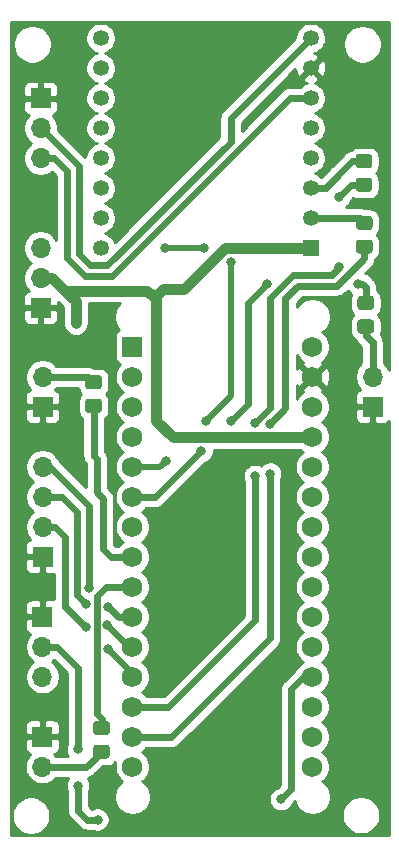
<source format=gtl>
%TF.GenerationSoftware,KiCad,Pcbnew,(5.1.10)-1*%
%TF.CreationDate,2021-08-05T17:04:43+02:00*%
%TF.ProjectId,kiCAD_projects,6b694341-445f-4707-926f-6a656374732e,rev?*%
%TF.SameCoordinates,Original*%
%TF.FileFunction,Copper,L1,Top*%
%TF.FilePolarity,Positive*%
%FSLAX46Y46*%
G04 Gerber Fmt 4.6, Leading zero omitted, Abs format (unit mm)*
G04 Created by KiCad (PCBNEW (5.1.10)-1) date 2021-08-05 17:04:43*
%MOMM*%
%LPD*%
G01*
G04 APERTURE LIST*
%TA.AperFunction,ComponentPad*%
%ADD10O,1.700000X1.700000*%
%TD*%
%TA.AperFunction,ComponentPad*%
%ADD11R,1.700000X1.700000*%
%TD*%
%TA.AperFunction,ComponentPad*%
%ADD12R,1.350000X1.350000*%
%TD*%
%TA.AperFunction,ComponentPad*%
%ADD13C,1.350000*%
%TD*%
%TA.AperFunction,ComponentPad*%
%ADD14R,1.727200X1.727200*%
%TD*%
%TA.AperFunction,ComponentPad*%
%ADD15C,1.727200*%
%TD*%
%TA.AperFunction,ViaPad*%
%ADD16C,0.800000*%
%TD*%
%TA.AperFunction,Conductor*%
%ADD17C,1.000000*%
%TD*%
%TA.AperFunction,Conductor*%
%ADD18C,0.900000*%
%TD*%
%TA.AperFunction,Conductor*%
%ADD19C,0.600000*%
%TD*%
%TA.AperFunction,Conductor*%
%ADD20C,0.500000*%
%TD*%
%TA.AperFunction,Conductor*%
%ADD21C,0.254000*%
%TD*%
%TA.AperFunction,Conductor*%
%ADD22C,0.100000*%
%TD*%
G04 APERTURE END LIST*
D10*
%TO.P,J5,2*%
%TO.N,Net-(J5-Pad2)*%
X515147560Y567730640D03*
D11*
%TO.P,J5,1*%
%TO.N,GND*%
X515147560Y565190640D03*
%TD*%
D10*
%TO.P,J3,2*%
%TO.N,Net-(J3-Pad2)*%
X487205020Y567710320D03*
D11*
%TO.P,J3,1*%
%TO.N,GND*%
X487205020Y565170320D03*
%TD*%
D12*
%TO.P,U1,1*%
%TO.N,Net-(A1-Pad5V)*%
X509905000Y578612000D03*
D13*
%TO.P,U1,2*%
%TO.N,Net-(R2-Pad2)*%
X509905000Y581152000D03*
%TO.P,U1,3*%
%TO.N,Net-(R1-Pad2)*%
X509905000Y583692000D03*
%TO.P,U1,4*%
%TO.N,N/C*%
X509905000Y586232000D03*
%TO.P,U1,5*%
X509905000Y588772000D03*
%TO.P,U1,6*%
%TO.N,Net-(J2-Pad3)*%
X509905000Y591312000D03*
%TO.P,U1,7*%
%TO.N,GND*%
X509905000Y593852000D03*
%TO.P,U1,8*%
%TO.N,Net-(J2-Pad2)*%
X509905000Y596392000D03*
%TO.P,U1,9*%
%TO.N,N/C*%
X492125000Y596392000D03*
%TO.P,U1,10*%
X492125000Y593852000D03*
%TO.P,U1,11*%
X492125000Y591312000D03*
%TO.P,U1,12*%
X492125000Y588772000D03*
%TO.P,U1,13*%
X492125000Y586232000D03*
%TO.P,U1,14*%
X492125000Y583692000D03*
%TO.P,U1,15*%
X492125000Y581152000D03*
%TO.P,U1,16*%
%TO.N,Net-(A1-PadD2)*%
X492125000Y578612000D03*
%TD*%
D14*
%TO.P,A1,D1*%
%TO.N,N/C*%
X494817400Y570255400D03*
D15*
%TO.P,A1,D0*%
X494817400Y567715400D03*
%TO.P,A1,RST1*%
X494817400Y565175400D03*
%TO.P,A1,GND1*%
X494817400Y562635400D03*
%TO.P,A1,D2*%
%TO.N,Net-(A1-PadD2)*%
X494817400Y560095400D03*
%TO.P,A1,D3*%
%TO.N,Net-(A1-PadD3)*%
X494817400Y557555400D03*
%TO.P,A1,D4*%
%TO.N,N/C*%
X494817400Y555015400D03*
%TO.P,A1,D5*%
%TO.N,Net-(A1-PadD5)*%
X494817400Y552475400D03*
%TO.P,A1,D6*%
%TO.N,Net-(A1-PadD6)*%
X494817400Y549935400D03*
%TO.P,A1,D7*%
%TO.N,Net-(A1-PadD7)*%
X494817400Y547395400D03*
%TO.P,A1,D8*%
%TO.N,Net-(A1-PadD8)*%
X494817400Y544855400D03*
%TO.P,A1,D9*%
%TO.N,Net-(A1-PadD9)*%
X494817400Y542315400D03*
%TO.P,A1,D10*%
%TO.N,Net-(A1-PadD10)*%
X494817400Y539775400D03*
%TO.P,A1,D11*%
%TO.N,Net-(A1-PadD11)*%
X494817400Y537235400D03*
%TO.P,A1,D12*%
%TO.N,N/C*%
X494817400Y534695400D03*
%TO.P,A1,D13*%
X510057400Y534695400D03*
%TO.P,A1,3V3*%
X510057400Y537235400D03*
%TO.P,A1,AREF*%
X510057400Y539775400D03*
%TO.P,A1,A0*%
%TO.N,Net-(A1-PadA0)*%
X510057400Y542315400D03*
%TO.P,A1,A1*%
%TO.N,N/C*%
X510057400Y544855400D03*
%TO.P,A1,A2*%
X510057400Y547395400D03*
%TO.P,A1,A3*%
X510057400Y549935400D03*
%TO.P,A1,A4*%
X510057400Y552475400D03*
%TO.P,A1,A5*%
X510057400Y555015400D03*
%TO.P,A1,A6*%
X510057400Y557555400D03*
%TO.P,A1,A7*%
X510057400Y560095400D03*
%TO.P,A1,5V*%
%TO.N,Net-(A1-Pad5V)*%
X510057400Y562635400D03*
%TO.P,A1,RST2*%
%TO.N,N/C*%
X510057400Y565175400D03*
%TO.P,A1,GND2*%
%TO.N,GND*%
X510057400Y567715400D03*
%TO.P,A1,VIN*%
%TO.N,Net-(A1-PadVIN)*%
X510057400Y570255400D03*
%TD*%
D10*
%TO.P,J2,3*%
%TO.N,Net-(J2-Pad3)*%
X487045000Y586226920D03*
%TO.P,J2,2*%
%TO.N,Net-(J2-Pad2)*%
X487045000Y588766920D03*
D11*
%TO.P,J2,1*%
%TO.N,GND*%
X487045000Y591306920D03*
%TD*%
%TO.P,R1,1*%
%TO.N,Net-(A1-PadD10)*%
%TA.AperFunction,SMDPad,CuDef*%
G36*
G01*
X514863501Y583372920D02*
X513963499Y583372920D01*
G75*
G02*
X513713500Y583622919I0J249999D01*
G01*
X513713500Y584322921D01*
G75*
G02*
X513963499Y584572920I249999J0D01*
G01*
X514863501Y584572920D01*
G75*
G02*
X515113500Y584322921I0J-249999D01*
G01*
X515113500Y583622919D01*
G75*
G02*
X514863501Y583372920I-249999J0D01*
G01*
G37*
%TD.AperFunction*%
%TO.P,R1,2*%
%TO.N,Net-(R1-Pad2)*%
%TA.AperFunction,SMDPad,CuDef*%
G36*
G01*
X514863501Y585372920D02*
X513963499Y585372920D01*
G75*
G02*
X513713500Y585622919I0J249999D01*
G01*
X513713500Y586322921D01*
G75*
G02*
X513963499Y586572920I249999J0D01*
G01*
X514863501Y586572920D01*
G75*
G02*
X515113500Y586322921I0J-249999D01*
G01*
X515113500Y585622919D01*
G75*
G02*
X514863501Y585372920I-249999J0D01*
G01*
G37*
%TD.AperFunction*%
%TD*%
%TO.P,R2,2*%
%TO.N,Net-(R2-Pad2)*%
%TA.AperFunction,SMDPad,CuDef*%
G36*
G01*
X514901601Y580135440D02*
X514001599Y580135440D01*
G75*
G02*
X513751600Y580385439I0J249999D01*
G01*
X513751600Y581085441D01*
G75*
G02*
X514001599Y581335440I249999J0D01*
G01*
X514901601Y581335440D01*
G75*
G02*
X515151600Y581085441I0J-249999D01*
G01*
X515151600Y580385439D01*
G75*
G02*
X514901601Y580135440I-249999J0D01*
G01*
G37*
%TD.AperFunction*%
%TO.P,R2,1*%
%TO.N,Net-(A1-PadD11)*%
%TA.AperFunction,SMDPad,CuDef*%
G36*
G01*
X514901601Y578135440D02*
X514001599Y578135440D01*
G75*
G02*
X513751600Y578385439I0J249999D01*
G01*
X513751600Y579085441D01*
G75*
G02*
X514001599Y579335440I249999J0D01*
G01*
X514901601Y579335440D01*
G75*
G02*
X515151600Y579085441I0J-249999D01*
G01*
X515151600Y578385439D01*
G75*
G02*
X514901601Y578135440I-249999J0D01*
G01*
G37*
%TD.AperFunction*%
%TD*%
D10*
%TO.P,J1,2*%
%TO.N,Net-(J1-Pad2)*%
X487189780Y534692860D03*
D11*
%TO.P,J1,1*%
%TO.N,GND*%
X487189780Y537232860D03*
%TD*%
D10*
%TO.P,J4,4*%
%TO.N,Net-(A1-PadD7)*%
X487205020Y560097940D03*
%TO.P,J4,3*%
%TO.N,Net-(A1-PadD8)*%
X487205020Y557557940D03*
%TO.P,J4,2*%
%TO.N,Net-(A1-PadD9)*%
X487205020Y555017940D03*
D11*
%TO.P,J4,1*%
%TO.N,GND*%
X487205020Y552477940D03*
%TD*%
D10*
%TO.P,J6,3*%
%TO.N,Net-(A1-Pad5V)*%
X487202480Y542315400D03*
%TO.P,J6,2*%
%TO.N,Net-(A1-PadA0)*%
X487202480Y544855400D03*
D11*
%TO.P,J6,1*%
%TO.N,GND*%
X487202480Y547395400D03*
%TD*%
%TO.P,R3,2*%
%TO.N,Net-(A1-PadD5)*%
%TA.AperFunction,SMDPad,CuDef*%
G36*
G01*
X491075559Y565854140D02*
X491975561Y565854140D01*
G75*
G02*
X492225560Y565604141I0J-249999D01*
G01*
X492225560Y564904139D01*
G75*
G02*
X491975561Y564654140I-249999J0D01*
G01*
X491075559Y564654140D01*
G75*
G02*
X490825560Y564904139I0J249999D01*
G01*
X490825560Y565604141D01*
G75*
G02*
X491075559Y565854140I249999J0D01*
G01*
G37*
%TD.AperFunction*%
%TO.P,R3,1*%
%TO.N,Net-(J3-Pad2)*%
%TA.AperFunction,SMDPad,CuDef*%
G36*
G01*
X491075559Y567854140D02*
X491975561Y567854140D01*
G75*
G02*
X492225560Y567604141I0J-249999D01*
G01*
X492225560Y566904139D01*
G75*
G02*
X491975561Y566654140I-249999J0D01*
G01*
X491075559Y566654140D01*
G75*
G02*
X490825560Y566904139I0J249999D01*
G01*
X490825560Y567604141D01*
G75*
G02*
X491075559Y567854140I249999J0D01*
G01*
G37*
%TD.AperFunction*%
%TD*%
%TO.P,R4,1*%
%TO.N,Net-(J5-Pad2)*%
%TA.AperFunction,SMDPad,CuDef*%
G36*
G01*
X515023521Y571366340D02*
X514123519Y571366340D01*
G75*
G02*
X513873520Y571616339I0J249999D01*
G01*
X513873520Y572316341D01*
G75*
G02*
X514123519Y572566340I249999J0D01*
G01*
X515023521Y572566340D01*
G75*
G02*
X515273520Y572316341I0J-249999D01*
G01*
X515273520Y571616339D01*
G75*
G02*
X515023521Y571366340I-249999J0D01*
G01*
G37*
%TD.AperFunction*%
%TO.P,R4,2*%
%TO.N,Net-(A1-PadD3)*%
%TA.AperFunction,SMDPad,CuDef*%
G36*
G01*
X515023521Y573366340D02*
X514123519Y573366340D01*
G75*
G02*
X513873520Y573616339I0J249999D01*
G01*
X513873520Y574316341D01*
G75*
G02*
X514123519Y574566340I249999J0D01*
G01*
X515023521Y574566340D01*
G75*
G02*
X515273520Y574316341I0J-249999D01*
G01*
X515273520Y573616339D01*
G75*
G02*
X515023521Y573366340I-249999J0D01*
G01*
G37*
%TD.AperFunction*%
%TD*%
%TO.P,R5,2*%
%TO.N,Net-(J1-Pad2)*%
%TA.AperFunction,SMDPad,CuDef*%
G36*
G01*
X491751199Y536572000D02*
X492651201Y536572000D01*
G75*
G02*
X492901200Y536322001I0J-249999D01*
G01*
X492901200Y535621999D01*
G75*
G02*
X492651201Y535372000I-249999J0D01*
G01*
X491751199Y535372000D01*
G75*
G02*
X491501200Y535621999I0J249999D01*
G01*
X491501200Y536322001D01*
G75*
G02*
X491751199Y536572000I249999J0D01*
G01*
G37*
%TD.AperFunction*%
%TO.P,R5,1*%
%TO.N,Net-(A1-PadD6)*%
%TA.AperFunction,SMDPad,CuDef*%
G36*
G01*
X491751199Y538572000D02*
X492651201Y538572000D01*
G75*
G02*
X492901200Y538322001I0J-249999D01*
G01*
X492901200Y537621999D01*
G75*
G02*
X492651201Y537372000I-249999J0D01*
G01*
X491751199Y537372000D01*
G75*
G02*
X491501200Y537621999I0J249999D01*
G01*
X491501200Y538322001D01*
G75*
G02*
X491751199Y538572000I249999J0D01*
G01*
G37*
%TD.AperFunction*%
%TD*%
D10*
%TO.P,J7,3*%
%TO.N,Net-(A1-PadVIN)*%
X487045000Y578627240D03*
%TO.P,J7,2*%
%TO.N,Net-(A1-Pad5V)*%
X487045000Y576087240D03*
D11*
%TO.P,J7,1*%
%TO.N,GND*%
X487045000Y573547240D03*
%TD*%
D16*
%TO.N,Net-(A1-Pad5V)*%
X490021880Y572239140D03*
%TO.N,Net-(A1-PadD11)*%
X506476000Y563753000D03*
X506476000Y559511200D03*
%TO.N,Net-(A1-PadD10)*%
X512318000Y576986400D03*
X505180600Y559305460D03*
X505180600Y563775860D03*
X512312920Y582952860D03*
%TO.N,Net-(A1-PadD9)*%
X492734600Y544652200D03*
X490880400Y546506400D03*
%TO.N,Net-(A1-PadD8)*%
X490880400Y548487600D03*
X492683800Y546684200D03*
%TO.N,Net-(A1-PadD7)*%
X492760000Y548259000D03*
X491159800Y549859200D03*
%TO.N,Net-(A1-PadD3)*%
X513890260Y575602100D03*
X506244860Y575602100D03*
X503196860Y563961280D03*
X500654320Y561418740D03*
%TO.N,Net-(A1-PadA0)*%
X507415800Y531952200D03*
X490220000Y536194000D03*
X491871000Y530225000D03*
X490220000Y533095200D03*
%TO.N,Net-(A1-PadD2)*%
X503186700Y577430900D03*
X501040400Y563956200D03*
X497662200Y560578000D03*
X500885460Y578612000D03*
X497583460Y578612000D03*
%TD*%
D17*
%TO.N,Net-(A1-PadVIN)*%
X510102000Y570300000D02*
X510032000Y570230000D01*
D18*
%TO.N,Net-(A1-Pad5V)*%
X496824000Y574522600D02*
X497433600Y575132200D01*
X496824000Y564007000D02*
X496824000Y574522600D01*
X498221000Y562610000D02*
X496824000Y564007000D01*
X510032000Y562610000D02*
X498221000Y562610000D01*
X499160800Y575132200D02*
X497433600Y575132200D01*
X502640600Y578612000D02*
X499160800Y575132200D01*
X509905000Y578612000D02*
X502640600Y578612000D01*
X488038140Y576087240D02*
X487045000Y576087240D01*
X496824000Y574522600D02*
X496552220Y574522600D01*
X496552220Y574522600D02*
X496059460Y575015360D01*
X489110020Y575015360D02*
X488038140Y576087240D01*
X496059460Y575015360D02*
X489110020Y575015360D01*
X490021880Y574103500D02*
X489110020Y575015360D01*
X490021880Y572239140D02*
X490021880Y574103500D01*
%TO.N,Net-(A1-PadD11)*%
X494732000Y537270000D02*
X494792000Y537210000D01*
D19*
X498119400Y537210000D02*
X494792000Y537210000D01*
X506476000Y545566600D02*
X498119400Y537210000D01*
X506476000Y559511200D02*
X506476000Y545566600D01*
X514451600Y577733160D02*
X514451600Y578735440D01*
X512155440Y575437000D02*
X514451600Y577733160D01*
X508868680Y575437000D02*
X512155440Y575437000D01*
X507776480Y574344800D02*
X508868680Y575437000D01*
X507776480Y565053480D02*
X507776480Y574344800D01*
X506476000Y563753000D02*
X507776480Y565053480D01*
D18*
%TO.N,Net-(A1-PadD10)*%
X494732000Y539810000D02*
X494792000Y539750000D01*
D19*
X497840000Y539750000D02*
X494792000Y539750000D01*
X505180600Y547090600D02*
X497840000Y539750000D01*
X505180600Y559305460D02*
X505180600Y547090600D01*
X506450600Y565045860D02*
X505180600Y563775860D01*
X511683000Y576351400D02*
X508381000Y576351400D01*
X506450600Y574421000D02*
X506450600Y565045860D01*
X508381000Y576351400D02*
X506450600Y574421000D01*
X512318000Y576986400D02*
X511683000Y576351400D01*
X514413500Y583972920D02*
X513332980Y583972920D01*
X513332980Y583972920D02*
X512312920Y582952860D01*
D18*
%TO.N,Net-(A1-PadD9)*%
X494582000Y542500000D02*
X494792000Y542290000D01*
D19*
X494792000Y542290000D02*
X494792000Y542594800D01*
X494792000Y542594800D02*
X492734600Y544652200D01*
X489127800Y548259000D02*
X490880400Y546506400D01*
X489127800Y554151800D02*
X489127800Y548259000D01*
X488289600Y554990000D02*
X489127800Y554151800D01*
X487232960Y554990000D02*
X487205020Y555017940D01*
X488289600Y554990000D02*
X487232960Y554990000D01*
D18*
%TO.N,Net-(A1-PadD8)*%
X494602000Y544640000D02*
X494792000Y544830000D01*
D19*
X494538000Y544830000D02*
X494792000Y544830000D01*
X492683800Y546684200D02*
X494538000Y544830000D01*
X487232960Y557530000D02*
X487205020Y557557940D01*
X490093000Y556260000D02*
X488823000Y557530000D01*
X490093000Y549275000D02*
X490093000Y556260000D01*
X488823000Y557530000D02*
X487232960Y557530000D01*
X490880400Y548487600D02*
X490093000Y549275000D01*
%TO.N,Net-(A1-PadD7)*%
X494792000Y547370000D02*
X493649000Y547370000D01*
X493649000Y547370000D02*
X492760000Y548259000D01*
X491159800Y549859200D02*
X491159800Y556742600D01*
X487804460Y560097940D02*
X491159800Y556742600D01*
X487205020Y560097940D02*
X487804460Y560097940D01*
D18*
%TO.N,Net-(A1-PadD6)*%
X494538000Y549656000D02*
X494792000Y549910000D01*
D19*
X492201200Y538708600D02*
X492201200Y537972000D01*
X491780401Y539129399D02*
X492201200Y538708600D01*
X491780401Y549133601D02*
X491780401Y539129399D01*
X492556800Y549910000D02*
X491780401Y549133601D01*
X494792000Y549910000D02*
X492556800Y549910000D01*
D18*
%TO.N,Net-(A1-PadD5)*%
X494792000Y552749870D02*
X494792000Y552450000D01*
X494538000Y552196000D02*
X494792000Y552450000D01*
D19*
X492353600Y553110400D02*
X492353600Y557377600D01*
X491805009Y557926191D02*
X491805009Y560765911D01*
X493014000Y552450000D02*
X492353600Y553110400D01*
X492353600Y557377600D02*
X491805009Y557926191D01*
X494792000Y552450000D02*
X493014000Y552450000D01*
X491525560Y561045360D02*
X491805009Y560765911D01*
X491525560Y565254140D02*
X491525560Y561045360D01*
D18*
%TO.N,Net-(A1-PadD3)*%
X494776000Y557546000D02*
X494792000Y557530000D01*
D19*
X514573520Y575320160D02*
X514291580Y575602100D01*
X514291580Y575602100D02*
X513890260Y575602100D01*
X506244860Y575602100D02*
X504604020Y573961260D01*
X504604020Y573961260D02*
X504604020Y565368440D01*
X504604020Y565368440D02*
X503196860Y563961280D01*
X514573520Y575320160D02*
X514573520Y573966340D01*
X496765580Y557530000D02*
X500654320Y561418740D01*
X494792000Y557530000D02*
X496765580Y557530000D01*
%TO.N,Net-(J2-Pad2)*%
X490321600Y578104000D02*
X490321600Y585520800D01*
X491236000Y577189600D02*
X490321600Y578104000D01*
X492683800Y577189600D02*
X491236000Y577189600D01*
X503123200Y587629000D02*
X492683800Y577189600D01*
X503123200Y589610200D02*
X503123200Y587629000D01*
X509905000Y596392000D02*
X503123200Y589610200D01*
X490291120Y585520800D02*
X487045000Y588766920D01*
X490321600Y585520800D02*
X490291120Y585520800D01*
%TO.N,Net-(J2-Pad3)*%
X488177840Y586226920D02*
X487045000Y586226920D01*
X489305600Y585099160D02*
X488177840Y586226920D01*
X490778800Y576275200D02*
X489305600Y577748400D01*
X489305600Y577748400D02*
X489305600Y585099160D01*
X493090200Y576275200D02*
X490778800Y576275200D01*
X508127000Y591312000D02*
X493090200Y576275200D01*
X509905000Y591312000D02*
X508127000Y591312000D01*
%TO.N,Net-(R2-Pad2)*%
X514451600Y580735440D02*
X514451600Y580776080D01*
X514075680Y581152000D02*
X509905000Y581152000D01*
X514451600Y580776080D02*
X514075680Y581152000D01*
%TO.N,Net-(R1-Pad2)*%
X514413500Y585972920D02*
X513433060Y585972920D01*
X513433060Y585972920D02*
X512333240Y584873100D01*
X512333240Y584873100D02*
X512333240Y584852780D01*
X511172460Y583692000D02*
X509905000Y583692000D01*
X512333240Y584852780D02*
X511172460Y583692000D01*
%TO.N,Net-(A1-PadA0)*%
X510032000Y542290000D02*
X509244600Y542290000D01*
X509244600Y542290000D02*
X508254000Y541299400D01*
X508254000Y541299400D02*
X508254000Y532790400D01*
X508254000Y532790400D02*
X507415800Y531952200D01*
X488416600Y544830000D02*
X490220000Y543026600D01*
X490220000Y543026600D02*
X490220000Y536194000D01*
X491871000Y530225000D02*
X490982000Y530225000D01*
X490982000Y530225000D02*
X490220000Y530987000D01*
X490220000Y530987000D02*
X490220000Y533095200D01*
X487227880Y544830000D02*
X487202480Y544855400D01*
X488416600Y544830000D02*
X487227880Y544830000D01*
%TO.N,Net-(J1-Pad2)*%
X490899200Y534670000D02*
X492201200Y535972000D01*
X487212640Y534670000D02*
X487189780Y534692860D01*
X490899200Y534670000D02*
X487212640Y534670000D01*
%TO.N,Net-(J3-Pad2)*%
X491069380Y567710320D02*
X491525560Y567254140D01*
X487205020Y567710320D02*
X491069380Y567710320D01*
D20*
%TO.N,Net-(A1-PadD2)*%
X503186700Y577430900D02*
X503186700Y566102500D01*
X503186700Y566102500D02*
X501040400Y563956200D01*
X497154200Y560070000D02*
X494792000Y560070000D01*
X497662200Y560578000D02*
X497154200Y560070000D01*
X500885460Y578612000D02*
X497583460Y578612000D01*
D19*
%TO.N,Net-(J5-Pad2)*%
X514573520Y571966340D02*
X514584700Y571966340D01*
X514584700Y571966340D02*
X514776720Y571774320D01*
X514682740Y571857120D02*
X514573520Y571966340D01*
X514573520Y571966340D02*
X514573520Y571195200D01*
X515147560Y570621160D02*
X515147560Y567730640D01*
X514573520Y571195200D02*
X515147560Y570621160D01*
%TD*%
D21*
%TO.N,GND*%
X516507260Y568328524D02*
X516463550Y568434051D01*
X516301035Y568677272D01*
X516094192Y568884115D01*
X516082560Y568891887D01*
X516082560Y570575229D01*
X516087084Y570621161D01*
X516069031Y570804453D01*
X516046740Y570877935D01*
X516015567Y570980700D01*
X515928746Y571143132D01*
X515834254Y571258271D01*
X515843992Y571276489D01*
X515894528Y571443085D01*
X515911592Y571616339D01*
X515911592Y572316341D01*
X515894528Y572489595D01*
X515843992Y572656191D01*
X515761925Y572809727D01*
X515651482Y572944302D01*
X515624629Y572966340D01*
X515651482Y572988378D01*
X515761925Y573122953D01*
X515843992Y573276489D01*
X515894528Y573443085D01*
X515911592Y573616339D01*
X515911592Y574316341D01*
X515894528Y574489595D01*
X515843992Y574656191D01*
X515761925Y574809727D01*
X515651482Y574944302D01*
X515516907Y575054745D01*
X515508520Y575059228D01*
X515508520Y575274229D01*
X515513044Y575320161D01*
X515494991Y575503453D01*
X515471292Y575581577D01*
X515441527Y575679700D01*
X515354706Y575842132D01*
X515237864Y575984504D01*
X515202180Y576013789D01*
X514985210Y576230759D01*
X514955924Y576266444D01*
X514813552Y576383286D01*
X514651120Y576470107D01*
X514543486Y576502757D01*
X515080260Y577039531D01*
X515115944Y577068816D01*
X515232786Y577211188D01*
X515292451Y577322814D01*
X515319607Y577373619D01*
X515373072Y577549868D01*
X515381956Y577640070D01*
X515394987Y577647035D01*
X515529562Y577757478D01*
X515640005Y577892053D01*
X515722072Y578045589D01*
X515772608Y578212185D01*
X515789672Y578385439D01*
X515789672Y579085441D01*
X515772608Y579258695D01*
X515722072Y579425291D01*
X515640005Y579578827D01*
X515529562Y579713402D01*
X515502709Y579735440D01*
X515529562Y579757478D01*
X515640005Y579892053D01*
X515722072Y580045589D01*
X515772608Y580212185D01*
X515789672Y580385439D01*
X515789672Y581085441D01*
X515772608Y581258695D01*
X515722072Y581425291D01*
X515640005Y581578827D01*
X515529562Y581713402D01*
X515394987Y581823845D01*
X515241451Y581905912D01*
X515074855Y581956448D01*
X514901601Y581973512D01*
X514522207Y581973512D01*
X514435220Y582020007D01*
X514258972Y582073471D01*
X514121612Y582087000D01*
X514075680Y582091524D01*
X514029748Y582087000D01*
X512880019Y582087000D01*
X512972694Y582148923D01*
X513116857Y582293086D01*
X513230125Y582462604D01*
X513290351Y582608002D01*
X513533163Y582850814D01*
X513623649Y582802448D01*
X513790245Y582751912D01*
X513963499Y582734848D01*
X514863501Y582734848D01*
X515036755Y582751912D01*
X515203351Y582802448D01*
X515356887Y582884515D01*
X515491462Y582994958D01*
X515601905Y583129533D01*
X515683972Y583283069D01*
X515734508Y583449665D01*
X515751572Y583622919D01*
X515751572Y584322921D01*
X515734508Y584496175D01*
X515683972Y584662771D01*
X515601905Y584816307D01*
X515491462Y584950882D01*
X515464609Y584972920D01*
X515491462Y584994958D01*
X515601905Y585129533D01*
X515683972Y585283069D01*
X515734508Y585449665D01*
X515751572Y585622919D01*
X515751572Y586322921D01*
X515734508Y586496175D01*
X515683972Y586662771D01*
X515601905Y586816307D01*
X515491462Y586950882D01*
X515356887Y587061325D01*
X515203351Y587143392D01*
X515036755Y587193928D01*
X514863501Y587210992D01*
X513963499Y587210992D01*
X513790245Y587193928D01*
X513623649Y587143392D01*
X513470113Y587061325D01*
X513335538Y586950882D01*
X513292643Y586898614D01*
X513249767Y586894391D01*
X513239456Y586891263D01*
X513073520Y586840927D01*
X512911088Y586754106D01*
X512768716Y586637264D01*
X512739434Y586601584D01*
X511704583Y585566732D01*
X511668896Y585537444D01*
X511552054Y585395071D01*
X511550690Y585392519D01*
X510803896Y584645725D01*
X510740077Y584709544D01*
X510525518Y584852907D01*
X510287113Y584951658D01*
X510235120Y584962000D01*
X510287113Y584972342D01*
X510525518Y585071093D01*
X510740077Y585214456D01*
X510922544Y585396923D01*
X511065907Y585611482D01*
X511164658Y585849887D01*
X511215000Y586102976D01*
X511215000Y586361024D01*
X511164658Y586614113D01*
X511065907Y586852518D01*
X510922544Y587067077D01*
X510740077Y587249544D01*
X510525518Y587392907D01*
X510287113Y587491658D01*
X510235120Y587502000D01*
X510287113Y587512342D01*
X510525518Y587611093D01*
X510740077Y587754456D01*
X510922544Y587936923D01*
X511065907Y588151482D01*
X511164658Y588389887D01*
X511215000Y588642976D01*
X511215000Y588901024D01*
X511164658Y589154113D01*
X511065907Y589392518D01*
X510922544Y589607077D01*
X510740077Y589789544D01*
X510525518Y589932907D01*
X510287113Y590031658D01*
X510235120Y590042000D01*
X510287113Y590052342D01*
X510525518Y590151093D01*
X510740077Y590294456D01*
X510922544Y590476923D01*
X511065907Y590691482D01*
X511164658Y590929887D01*
X511215000Y591182976D01*
X511215000Y591441024D01*
X511164658Y591694113D01*
X511065907Y591932518D01*
X510922544Y592147077D01*
X510740077Y592329544D01*
X510525518Y592472907D01*
X510287113Y592571658D01*
X510242720Y592580488D01*
X510477633Y592666741D01*
X510572370Y592717379D01*
X510628795Y592948600D01*
X509905000Y593672395D01*
X509181205Y592948600D01*
X509237630Y592717379D01*
X509471808Y592608983D01*
X509579576Y592582934D01*
X509522887Y592571658D01*
X509284482Y592472907D01*
X509069923Y592329544D01*
X508987379Y592247000D01*
X508172924Y592247000D01*
X508126999Y592251523D01*
X508081074Y592247000D01*
X508081068Y592247000D01*
X507962110Y592235283D01*
X507943707Y592233471D01*
X507890243Y592217253D01*
X507767460Y592180007D01*
X507605028Y592093186D01*
X507462656Y591976344D01*
X507433375Y591940665D01*
X504058200Y588565490D01*
X504058200Y589222911D01*
X508593672Y593758383D01*
X508630800Y593521602D01*
X508719741Y593279367D01*
X508770379Y593184630D01*
X509001600Y593128205D01*
X509725395Y593852000D01*
X510084605Y593852000D01*
X510808400Y593128205D01*
X511039621Y593184630D01*
X511148017Y593418808D01*
X511208645Y593669633D01*
X511219174Y593927465D01*
X511179200Y594182398D01*
X511090259Y594424633D01*
X511039621Y594519370D01*
X510808400Y594575795D01*
X510084605Y593852000D01*
X509725395Y593852000D01*
X509711253Y593866143D01*
X509890858Y594045748D01*
X509905000Y594031605D01*
X510628795Y594755400D01*
X510572370Y594986621D01*
X510338192Y595095017D01*
X510230424Y595121066D01*
X510287113Y595132342D01*
X510525518Y595231093D01*
X510740077Y595374456D01*
X510922544Y595556923D01*
X511065907Y595771482D01*
X511164658Y596009887D01*
X511168112Y596027253D01*
X512656580Y596027253D01*
X512656580Y595705187D01*
X512719412Y595389308D01*
X512842662Y595091757D01*
X513021593Y594823968D01*
X513249328Y594596233D01*
X513517117Y594417302D01*
X513814668Y594294052D01*
X514130547Y594231220D01*
X514452613Y594231220D01*
X514768492Y594294052D01*
X515066043Y594417302D01*
X515333832Y594596233D01*
X515561567Y594823968D01*
X515740498Y595091757D01*
X515863748Y595389308D01*
X515926580Y595705187D01*
X515926580Y596027253D01*
X515863748Y596343132D01*
X515740498Y596640683D01*
X515561567Y596908472D01*
X515333832Y597136207D01*
X515066043Y597315138D01*
X514768492Y597438388D01*
X514452613Y597501220D01*
X514130547Y597501220D01*
X513814668Y597438388D01*
X513517117Y597315138D01*
X513249328Y597136207D01*
X513021593Y596908472D01*
X512842662Y596640683D01*
X512719412Y596343132D01*
X512656580Y596027253D01*
X511168112Y596027253D01*
X511215000Y596262976D01*
X511215000Y596521024D01*
X511164658Y596774113D01*
X511065907Y597012518D01*
X510922544Y597227077D01*
X510740077Y597409544D01*
X510525518Y597552907D01*
X510287113Y597651658D01*
X510034024Y597702000D01*
X509775976Y597702000D01*
X509522887Y597651658D01*
X509284482Y597552907D01*
X509069923Y597409544D01*
X508887456Y597227077D01*
X508744093Y597012518D01*
X508645342Y596774113D01*
X508595000Y596521024D01*
X508595000Y596404289D01*
X502494541Y590303830D01*
X502458856Y590274544D01*
X502342014Y590132171D01*
X502255193Y589969739D01*
X502213140Y589831108D01*
X502201729Y589793491D01*
X502183676Y589610200D01*
X502188200Y589564268D01*
X502188201Y588016291D01*
X493320621Y579148710D01*
X493285907Y579232518D01*
X493142544Y579447077D01*
X492960077Y579629544D01*
X492745518Y579772907D01*
X492507113Y579871658D01*
X492455120Y579882000D01*
X492507113Y579892342D01*
X492745518Y579991093D01*
X492960077Y580134456D01*
X493142544Y580316923D01*
X493285907Y580531482D01*
X493384658Y580769887D01*
X493435000Y581022976D01*
X493435000Y581281024D01*
X493384658Y581534113D01*
X493285907Y581772518D01*
X493142544Y581987077D01*
X492960077Y582169544D01*
X492745518Y582312907D01*
X492507113Y582411658D01*
X492455120Y582422000D01*
X492507113Y582432342D01*
X492745518Y582531093D01*
X492960077Y582674456D01*
X493142544Y582856923D01*
X493285907Y583071482D01*
X493384658Y583309887D01*
X493435000Y583562976D01*
X493435000Y583821024D01*
X493384658Y584074113D01*
X493285907Y584312518D01*
X493142544Y584527077D01*
X492960077Y584709544D01*
X492745518Y584852907D01*
X492507113Y584951658D01*
X492455120Y584962000D01*
X492507113Y584972342D01*
X492745518Y585071093D01*
X492960077Y585214456D01*
X493142544Y585396923D01*
X493285907Y585611482D01*
X493384658Y585849887D01*
X493435000Y586102976D01*
X493435000Y586361024D01*
X493384658Y586614113D01*
X493285907Y586852518D01*
X493142544Y587067077D01*
X492960077Y587249544D01*
X492745518Y587392907D01*
X492507113Y587491658D01*
X492455120Y587502000D01*
X492507113Y587512342D01*
X492745518Y587611093D01*
X492960077Y587754456D01*
X493142544Y587936923D01*
X493285907Y588151482D01*
X493384658Y588389887D01*
X493435000Y588642976D01*
X493435000Y588901024D01*
X493384658Y589154113D01*
X493285907Y589392518D01*
X493142544Y589607077D01*
X492960077Y589789544D01*
X492745518Y589932907D01*
X492507113Y590031658D01*
X492455120Y590042000D01*
X492507113Y590052342D01*
X492745518Y590151093D01*
X492960077Y590294456D01*
X493142544Y590476923D01*
X493285907Y590691482D01*
X493384658Y590929887D01*
X493435000Y591182976D01*
X493435000Y591441024D01*
X493384658Y591694113D01*
X493285907Y591932518D01*
X493142544Y592147077D01*
X492960077Y592329544D01*
X492745518Y592472907D01*
X492507113Y592571658D01*
X492455120Y592582000D01*
X492507113Y592592342D01*
X492745518Y592691093D01*
X492960077Y592834456D01*
X493142544Y593016923D01*
X493285907Y593231482D01*
X493384658Y593469887D01*
X493435000Y593722976D01*
X493435000Y593981024D01*
X493384658Y594234113D01*
X493285907Y594472518D01*
X493142544Y594687077D01*
X492960077Y594869544D01*
X492745518Y595012907D01*
X492507113Y595111658D01*
X492455120Y595122000D01*
X492507113Y595132342D01*
X492745518Y595231093D01*
X492960077Y595374456D01*
X493142544Y595556923D01*
X493285907Y595771482D01*
X493384658Y596009887D01*
X493435000Y596262976D01*
X493435000Y596521024D01*
X493384658Y596774113D01*
X493285907Y597012518D01*
X493142544Y597227077D01*
X492960077Y597409544D01*
X492745518Y597552907D01*
X492507113Y597651658D01*
X492254024Y597702000D01*
X491995976Y597702000D01*
X491742887Y597651658D01*
X491504482Y597552907D01*
X491289923Y597409544D01*
X491107456Y597227077D01*
X490964093Y597012518D01*
X490865342Y596774113D01*
X490815000Y596521024D01*
X490815000Y596262976D01*
X490865342Y596009887D01*
X490964093Y595771482D01*
X491107456Y595556923D01*
X491289923Y595374456D01*
X491504482Y595231093D01*
X491742887Y595132342D01*
X491794880Y595122000D01*
X491742887Y595111658D01*
X491504482Y595012907D01*
X491289923Y594869544D01*
X491107456Y594687077D01*
X490964093Y594472518D01*
X490865342Y594234113D01*
X490815000Y593981024D01*
X490815000Y593722976D01*
X490865342Y593469887D01*
X490964093Y593231482D01*
X491107456Y593016923D01*
X491289923Y592834456D01*
X491504482Y592691093D01*
X491742887Y592592342D01*
X491794880Y592582000D01*
X491742887Y592571658D01*
X491504482Y592472907D01*
X491289923Y592329544D01*
X491107456Y592147077D01*
X490964093Y591932518D01*
X490865342Y591694113D01*
X490815000Y591441024D01*
X490815000Y591182976D01*
X490865342Y590929887D01*
X490964093Y590691482D01*
X491107456Y590476923D01*
X491289923Y590294456D01*
X491504482Y590151093D01*
X491742887Y590052342D01*
X491794880Y590042000D01*
X491742887Y590031658D01*
X491504482Y589932907D01*
X491289923Y589789544D01*
X491107456Y589607077D01*
X490964093Y589392518D01*
X490865342Y589154113D01*
X490815000Y588901024D01*
X490815000Y588642976D01*
X490865342Y588389887D01*
X490964093Y588151482D01*
X491107456Y587936923D01*
X491289923Y587754456D01*
X491504482Y587611093D01*
X491742887Y587512342D01*
X491794880Y587502000D01*
X491742887Y587491658D01*
X491504482Y587392907D01*
X491289923Y587249544D01*
X491107456Y587067077D01*
X490964093Y586852518D01*
X490865342Y586614113D01*
X490815000Y586361024D01*
X490815000Y586319209D01*
X488527271Y588606938D01*
X488530000Y588620660D01*
X488530000Y588913180D01*
X488472932Y589200078D01*
X488360990Y589470331D01*
X488198475Y589713552D01*
X488066620Y589845407D01*
X488139180Y589867418D01*
X488249494Y589926383D01*
X488346185Y590005735D01*
X488425537Y590102426D01*
X488484502Y590212740D01*
X488520812Y590332438D01*
X488533072Y590456920D01*
X488530000Y591021170D01*
X488371250Y591179920D01*
X487172000Y591179920D01*
X487172000Y591159920D01*
X486918000Y591159920D01*
X486918000Y591179920D01*
X485718750Y591179920D01*
X485560000Y591021170D01*
X485556928Y590456920D01*
X485569188Y590332438D01*
X485605498Y590212740D01*
X485664463Y590102426D01*
X485743815Y590005735D01*
X485840506Y589926383D01*
X485950820Y589867418D01*
X486023380Y589845407D01*
X485891525Y589713552D01*
X485729010Y589470331D01*
X485617068Y589200078D01*
X485560000Y588913180D01*
X485560000Y588620660D01*
X485617068Y588333762D01*
X485729010Y588063509D01*
X485891525Y587820288D01*
X486098368Y587613445D01*
X486272760Y587496920D01*
X486098368Y587380395D01*
X485891525Y587173552D01*
X485729010Y586930331D01*
X485617068Y586660078D01*
X485560000Y586373180D01*
X485560000Y586080660D01*
X485617068Y585793762D01*
X485729010Y585523509D01*
X485891525Y585280288D01*
X486098368Y585073445D01*
X486341589Y584910930D01*
X486611842Y584798988D01*
X486898740Y584741920D01*
X487191260Y584741920D01*
X487478158Y584798988D01*
X487748411Y584910930D01*
X487991632Y585073445D01*
X488000329Y585082142D01*
X488370601Y584711869D01*
X488370600Y579307450D01*
X488360990Y579330651D01*
X488198475Y579573872D01*
X487991632Y579780715D01*
X487748411Y579943230D01*
X487478158Y580055172D01*
X487191260Y580112240D01*
X486898740Y580112240D01*
X486611842Y580055172D01*
X486341589Y579943230D01*
X486098368Y579780715D01*
X485891525Y579573872D01*
X485729010Y579330651D01*
X485617068Y579060398D01*
X485560000Y578773500D01*
X485560000Y578480980D01*
X485617068Y578194082D01*
X485729010Y577923829D01*
X485891525Y577680608D01*
X486098368Y577473765D01*
X486272760Y577357240D01*
X486098368Y577240715D01*
X485891525Y577033872D01*
X485729010Y576790651D01*
X485617068Y576520398D01*
X485560000Y576233500D01*
X485560000Y575940980D01*
X485617068Y575654082D01*
X485729010Y575383829D01*
X485891525Y575140608D01*
X486023380Y575008753D01*
X485950820Y574986742D01*
X485840506Y574927777D01*
X485743815Y574848425D01*
X485664463Y574751734D01*
X485605498Y574641420D01*
X485569188Y574521722D01*
X485556928Y574397240D01*
X485560000Y573832990D01*
X485718750Y573674240D01*
X486918000Y573674240D01*
X486918000Y573694240D01*
X487172000Y573694240D01*
X487172000Y573674240D01*
X488371250Y573674240D01*
X488530000Y573832990D01*
X488531234Y574059724D01*
X488936881Y573654078D01*
X488936880Y572185847D01*
X488952580Y572026444D01*
X489014621Y571821921D01*
X489115371Y571633430D01*
X489250958Y571468218D01*
X489416170Y571332631D01*
X489604660Y571231881D01*
X489809183Y571169840D01*
X490021880Y571148891D01*
X490234576Y571169840D01*
X490439099Y571231881D01*
X490627590Y571332631D01*
X490792802Y571468218D01*
X490928389Y571633430D01*
X491029139Y571821920D01*
X491091180Y572026443D01*
X491106880Y572185846D01*
X491106880Y573930360D01*
X493746187Y573930360D01*
X493605669Y573789842D01*
X493434946Y573534337D01*
X493317350Y573250435D01*
X493257400Y572949047D01*
X493257400Y572641753D01*
X493317350Y572340365D01*
X493434946Y572056463D01*
X493605669Y571800958D01*
X493702129Y571704498D01*
X493599306Y571649537D01*
X493502615Y571570185D01*
X493423263Y571473494D01*
X493364298Y571363180D01*
X493327988Y571243482D01*
X493315728Y571119000D01*
X493315728Y569391800D01*
X493327988Y569267318D01*
X493364298Y569147620D01*
X493423263Y569037306D01*
X493502615Y568940615D01*
X493599306Y568861263D01*
X493709620Y568802298D01*
X493767423Y568784764D01*
X493653361Y568670702D01*
X493489358Y568425253D01*
X493376390Y568152525D01*
X493318800Y567862999D01*
X493318800Y567567801D01*
X493376390Y567278275D01*
X493489358Y567005547D01*
X493653361Y566760098D01*
X493862098Y566551361D01*
X494020681Y566445400D01*
X493862098Y566339439D01*
X493653361Y566130702D01*
X493489358Y565885253D01*
X493376390Y565612525D01*
X493318800Y565322999D01*
X493318800Y565027801D01*
X493376390Y564738275D01*
X493489358Y564465547D01*
X493653361Y564220098D01*
X493862098Y564011361D01*
X494020681Y563905400D01*
X493862098Y563799439D01*
X493653361Y563590702D01*
X493489358Y563345253D01*
X493376390Y563072525D01*
X493318800Y562782999D01*
X493318800Y562487801D01*
X493376390Y562198275D01*
X493489358Y561925547D01*
X493653361Y561680098D01*
X493862098Y561471361D01*
X494020681Y561365400D01*
X493862098Y561259439D01*
X493653361Y561050702D01*
X493489358Y560805253D01*
X493376390Y560532525D01*
X493318800Y560242999D01*
X493318800Y559947801D01*
X493376390Y559658275D01*
X493489358Y559385547D01*
X493653361Y559140098D01*
X493862098Y558931361D01*
X494020681Y558825400D01*
X493862098Y558719439D01*
X493653361Y558510702D01*
X493489358Y558265253D01*
X493376390Y557992525D01*
X493318800Y557702999D01*
X493318800Y557407801D01*
X493376390Y557118275D01*
X493489358Y556845547D01*
X493653361Y556600098D01*
X493862098Y556391361D01*
X494020681Y556285400D01*
X493862098Y556179439D01*
X493653361Y555970702D01*
X493489358Y555725253D01*
X493376390Y555452525D01*
X493318800Y555162999D01*
X493318800Y554867801D01*
X493376390Y554578275D01*
X493489358Y554305547D01*
X493653361Y554060098D01*
X493862098Y553851361D01*
X494020681Y553745400D01*
X493862098Y553639439D01*
X493653361Y553430702D01*
X493622824Y553385000D01*
X493401289Y553385000D01*
X493288600Y553497689D01*
X493288600Y557331668D01*
X493293124Y557377600D01*
X493275071Y557560892D01*
X493243772Y557664071D01*
X493221607Y557737140D01*
X493134786Y557899572D01*
X493017944Y558041944D01*
X492982254Y558071234D01*
X492740009Y558313480D01*
X492740009Y560719976D01*
X492744533Y560765911D01*
X492726481Y560949203D01*
X492673016Y561125451D01*
X492666950Y561136800D01*
X492586195Y561287883D01*
X492469353Y561430255D01*
X492460560Y561437471D01*
X492460560Y564161252D01*
X492468947Y564165735D01*
X492603522Y564276178D01*
X492713965Y564410753D01*
X492796032Y564564289D01*
X492846568Y564730885D01*
X492863632Y564904139D01*
X492863632Y565604141D01*
X492846568Y565777395D01*
X492796032Y565943991D01*
X492713965Y566097527D01*
X492603522Y566232102D01*
X492576669Y566254140D01*
X492603522Y566276178D01*
X492713965Y566410753D01*
X492796032Y566564289D01*
X492846568Y566730885D01*
X492863632Y566904139D01*
X492863632Y567604141D01*
X492846568Y567777395D01*
X492796032Y567943991D01*
X492713965Y568097527D01*
X492603522Y568232102D01*
X492468947Y568342545D01*
X492315411Y568424612D01*
X492148815Y568475148D01*
X491975561Y568492212D01*
X491590031Y568492212D01*
X491428920Y568578327D01*
X491252672Y568631791D01*
X491115312Y568645320D01*
X491069380Y568649844D01*
X491023448Y568645320D01*
X488366267Y568645320D01*
X488358495Y568656952D01*
X488151652Y568863795D01*
X487908431Y569026310D01*
X487638178Y569138252D01*
X487351280Y569195320D01*
X487058760Y569195320D01*
X486771862Y569138252D01*
X486501609Y569026310D01*
X486258388Y568863795D01*
X486051545Y568656952D01*
X485889030Y568413731D01*
X485777088Y568143478D01*
X485720020Y567856580D01*
X485720020Y567564060D01*
X485777088Y567277162D01*
X485889030Y567006909D01*
X486051545Y566763688D01*
X486183400Y566631833D01*
X486110840Y566609822D01*
X486000526Y566550857D01*
X485903835Y566471505D01*
X485824483Y566374814D01*
X485765518Y566264500D01*
X485729208Y566144802D01*
X485716948Y566020320D01*
X485720020Y565456070D01*
X485878770Y565297320D01*
X487078020Y565297320D01*
X487078020Y565317320D01*
X487332020Y565317320D01*
X487332020Y565297320D01*
X488531270Y565297320D01*
X488690020Y565456070D01*
X488693092Y566020320D01*
X488680832Y566144802D01*
X488644522Y566264500D01*
X488585557Y566374814D01*
X488506205Y566471505D01*
X488409514Y566550857D01*
X488299200Y566609822D01*
X488226640Y566631833D01*
X488358495Y566763688D01*
X488366267Y566775320D01*
X490200176Y566775320D01*
X490204552Y566730885D01*
X490255088Y566564289D01*
X490337155Y566410753D01*
X490447598Y566276178D01*
X490474451Y566254140D01*
X490447598Y566232102D01*
X490337155Y566097527D01*
X490255088Y565943991D01*
X490204552Y565777395D01*
X490187488Y565604141D01*
X490187488Y564904139D01*
X490204552Y564730885D01*
X490255088Y564564289D01*
X490337155Y564410753D01*
X490447598Y564276178D01*
X490582173Y564165735D01*
X490590560Y564161252D01*
X490590561Y561091302D01*
X490586036Y561045360D01*
X490604089Y560862069D01*
X490653611Y560698817D01*
X490657554Y560685820D01*
X490744375Y560523388D01*
X490861217Y560381016D01*
X490870010Y560373800D01*
X490870009Y558354681D01*
X488590074Y560634615D01*
X488521010Y560801351D01*
X488358495Y561044572D01*
X488151652Y561251415D01*
X487908431Y561413930D01*
X487638178Y561525872D01*
X487351280Y561582940D01*
X487058760Y561582940D01*
X486771862Y561525872D01*
X486501609Y561413930D01*
X486258388Y561251415D01*
X486051545Y561044572D01*
X485889030Y560801351D01*
X485777088Y560531098D01*
X485720020Y560244200D01*
X485720020Y559951680D01*
X485777088Y559664782D01*
X485889030Y559394529D01*
X486051545Y559151308D01*
X486258388Y558944465D01*
X486432780Y558827940D01*
X486258388Y558711415D01*
X486051545Y558504572D01*
X485889030Y558261351D01*
X485777088Y557991098D01*
X485720020Y557704200D01*
X485720020Y557411680D01*
X485777088Y557124782D01*
X485889030Y556854529D01*
X486051545Y556611308D01*
X486258388Y556404465D01*
X486432780Y556287940D01*
X486258388Y556171415D01*
X486051545Y555964572D01*
X485889030Y555721351D01*
X485777088Y555451098D01*
X485720020Y555164200D01*
X485720020Y554871680D01*
X485777088Y554584782D01*
X485889030Y554314529D01*
X486051545Y554071308D01*
X486183400Y553939453D01*
X486110840Y553917442D01*
X486000526Y553858477D01*
X485903835Y553779125D01*
X485824483Y553682434D01*
X485765518Y553572120D01*
X485729208Y553452422D01*
X485716948Y553327940D01*
X485720020Y552763690D01*
X485878770Y552604940D01*
X487078020Y552604940D01*
X487078020Y552624940D01*
X487332020Y552624940D01*
X487332020Y552604940D01*
X487352020Y552604940D01*
X487352020Y552350940D01*
X487332020Y552350940D01*
X487332020Y551151690D01*
X487490770Y550992940D01*
X488055020Y550989868D01*
X488179502Y551002128D01*
X488192801Y551006162D01*
X488192801Y548866407D01*
X488176962Y548871212D01*
X488052480Y548883472D01*
X487488230Y548880400D01*
X487329480Y548721650D01*
X487329480Y547522400D01*
X487349480Y547522400D01*
X487349480Y547268400D01*
X487329480Y547268400D01*
X487329480Y547248400D01*
X487075480Y547248400D01*
X487075480Y547268400D01*
X485876230Y547268400D01*
X485717480Y547109650D01*
X485714408Y546545400D01*
X485726668Y546420918D01*
X485762978Y546301220D01*
X485821943Y546190906D01*
X485901295Y546094215D01*
X485997986Y546014863D01*
X486108300Y545955898D01*
X486180860Y545933887D01*
X486049005Y545802032D01*
X485886490Y545558811D01*
X485774548Y545288558D01*
X485717480Y545001660D01*
X485717480Y544709140D01*
X485774548Y544422242D01*
X485886490Y544151989D01*
X486049005Y543908768D01*
X486255848Y543701925D01*
X486430240Y543585400D01*
X486255848Y543468875D01*
X486049005Y543262032D01*
X485886490Y543018811D01*
X485774548Y542748558D01*
X485717480Y542461660D01*
X485717480Y542169140D01*
X485774548Y541882242D01*
X485886490Y541611989D01*
X486049005Y541368768D01*
X486255848Y541161925D01*
X486499069Y540999410D01*
X486769322Y540887468D01*
X487056220Y540830400D01*
X487348740Y540830400D01*
X487635638Y540887468D01*
X487905891Y540999410D01*
X488149112Y541161925D01*
X488355955Y541368768D01*
X488518470Y541611989D01*
X488630412Y541882242D01*
X488687480Y542169140D01*
X488687480Y542461660D01*
X488630412Y542748558D01*
X488518470Y543018811D01*
X488355955Y543262032D01*
X488149112Y543468875D01*
X487974720Y543585400D01*
X488149112Y543701925D01*
X488185749Y543738562D01*
X489285000Y542639311D01*
X489285001Y536641298D01*
X489224774Y536495898D01*
X489185000Y536295939D01*
X489185000Y536092061D01*
X489224774Y535892102D01*
X489302795Y535703744D01*
X489368773Y535605000D01*
X488366302Y535605000D01*
X488343255Y535639492D01*
X488211400Y535771347D01*
X488283960Y535793358D01*
X488394274Y535852323D01*
X488490965Y535931675D01*
X488570317Y536028366D01*
X488629282Y536138680D01*
X488665592Y536258378D01*
X488677852Y536382860D01*
X488674780Y536947110D01*
X488516030Y537105860D01*
X487316780Y537105860D01*
X487316780Y537085860D01*
X487062780Y537085860D01*
X487062780Y537105860D01*
X485863530Y537105860D01*
X485704780Y536947110D01*
X485701708Y536382860D01*
X485713968Y536258378D01*
X485750278Y536138680D01*
X485809243Y536028366D01*
X485888595Y535931675D01*
X485985286Y535852323D01*
X486095600Y535793358D01*
X486168160Y535771347D01*
X486036305Y535639492D01*
X485873790Y535396271D01*
X485761848Y535126018D01*
X485704780Y534839120D01*
X485704780Y534546600D01*
X485761848Y534259702D01*
X485873790Y533989449D01*
X486036305Y533746228D01*
X486243148Y533539385D01*
X486486369Y533376870D01*
X486756622Y533264928D01*
X487043520Y533207860D01*
X487336040Y533207860D01*
X487622938Y533264928D01*
X487893191Y533376870D01*
X488136412Y533539385D01*
X488332027Y533735000D01*
X489402717Y533735000D01*
X489302795Y533585456D01*
X489224774Y533397098D01*
X489185000Y533197139D01*
X489185000Y532993261D01*
X489224774Y532793302D01*
X489285001Y532647903D01*
X489285000Y531032932D01*
X489280476Y530987000D01*
X489290545Y530884774D01*
X489298529Y530803709D01*
X489351993Y530627461D01*
X489438814Y530465029D01*
X489555656Y530322656D01*
X489591341Y530293370D01*
X490288370Y529596341D01*
X490317656Y529560656D01*
X490460028Y529443814D01*
X490622460Y529356993D01*
X490694828Y529335041D01*
X490798708Y529303528D01*
X490982000Y529285476D01*
X491027935Y529290000D01*
X491423705Y529290000D01*
X491569102Y529229774D01*
X491769061Y529190000D01*
X491972939Y529190000D01*
X492172898Y529229774D01*
X492361256Y529307795D01*
X492530774Y529421063D01*
X492674937Y529565226D01*
X492788205Y529734744D01*
X492866226Y529923102D01*
X492906000Y530123061D01*
X492906000Y530326939D01*
X492866226Y530526898D01*
X492788205Y530715256D01*
X492674937Y530884774D01*
X492530774Y531028937D01*
X492361256Y531142205D01*
X492172898Y531220226D01*
X491972939Y531260000D01*
X491769061Y531260000D01*
X491569102Y531220226D01*
X491423705Y531160000D01*
X491369289Y531160000D01*
X491155000Y531374289D01*
X491155000Y532647905D01*
X491215226Y532793302D01*
X491255000Y532993261D01*
X491255000Y533197139D01*
X491215226Y533397098D01*
X491137205Y533585456D01*
X491031593Y533743516D01*
X491082492Y533748529D01*
X491258740Y533801993D01*
X491421172Y533888814D01*
X491563544Y534005656D01*
X491592830Y534041341D01*
X492285418Y534733928D01*
X492651201Y534733928D01*
X492824455Y534750992D01*
X492991051Y534801528D01*
X493144587Y534883595D01*
X493279162Y534994038D01*
X493371135Y535106108D01*
X493318800Y534842999D01*
X493318800Y534547801D01*
X493376390Y534258275D01*
X493489358Y533985547D01*
X493653361Y533740098D01*
X493862098Y533531361D01*
X493965422Y533462322D01*
X493822958Y533367131D01*
X493605669Y533149842D01*
X493434946Y532894337D01*
X493317350Y532610435D01*
X493257400Y532309047D01*
X493257400Y532001753D01*
X493317350Y531700365D01*
X493434946Y531416463D01*
X493605669Y531160958D01*
X493822958Y530943669D01*
X494078463Y530772946D01*
X494362365Y530655350D01*
X494663753Y530595400D01*
X494971047Y530595400D01*
X495272435Y530655350D01*
X495556337Y530772946D01*
X495811842Y530943669D01*
X496029131Y531160958D01*
X496199854Y531416463D01*
X496317450Y531700365D01*
X496377400Y532001753D01*
X496377400Y532309047D01*
X496317450Y532610435D01*
X496199854Y532894337D01*
X496029131Y533149842D01*
X495811842Y533367131D01*
X495669378Y533462322D01*
X495772702Y533531361D01*
X495981439Y533740098D01*
X496145442Y533985547D01*
X496258410Y534258275D01*
X496316000Y534547801D01*
X496316000Y534842999D01*
X496258410Y535132525D01*
X496145442Y535405253D01*
X495981439Y535650702D01*
X495772702Y535859439D01*
X495614119Y535965400D01*
X495772702Y536071361D01*
X495976341Y536275000D01*
X498073468Y536275000D01*
X498119400Y536270476D01*
X498165332Y536275000D01*
X498302692Y536288529D01*
X498478940Y536341993D01*
X498641372Y536428814D01*
X498783744Y536545656D01*
X498813030Y536581341D01*
X507104665Y544872975D01*
X507140344Y544902256D01*
X507257186Y545044628D01*
X507344007Y545207060D01*
X507387965Y545351972D01*
X507397471Y545383307D01*
X507415524Y545566599D01*
X507411000Y545612531D01*
X507411000Y559063905D01*
X507471226Y559209302D01*
X507511000Y559409261D01*
X507511000Y559613139D01*
X507471226Y559813098D01*
X507393205Y560001456D01*
X507279937Y560170974D01*
X507135774Y560315137D01*
X506966256Y560428405D01*
X506777898Y560506426D01*
X506577939Y560546200D01*
X506374061Y560546200D01*
X506174102Y560506426D01*
X505985744Y560428405D01*
X505816226Y560315137D01*
X505702566Y560201477D01*
X505670856Y560222665D01*
X505482498Y560300686D01*
X505282539Y560340460D01*
X505078661Y560340460D01*
X504878702Y560300686D01*
X504690344Y560222665D01*
X504520826Y560109397D01*
X504376663Y559965234D01*
X504263395Y559795716D01*
X504185374Y559607358D01*
X504145600Y559407399D01*
X504145600Y559203521D01*
X504185374Y559003562D01*
X504245600Y558858165D01*
X504245601Y547477891D01*
X497452711Y540685000D01*
X496011976Y540685000D01*
X495981439Y540730702D01*
X495772702Y540939439D01*
X495614119Y541045400D01*
X495772702Y541151361D01*
X495981439Y541360098D01*
X496145442Y541605547D01*
X496258410Y541878275D01*
X496316000Y542167801D01*
X496316000Y542462999D01*
X496258410Y542752525D01*
X496145442Y543025253D01*
X495981439Y543270702D01*
X495772702Y543479439D01*
X495614119Y543585400D01*
X495772702Y543691361D01*
X495981439Y543900098D01*
X496145442Y544145547D01*
X496258410Y544418275D01*
X496316000Y544707801D01*
X496316000Y545002999D01*
X496258410Y545292525D01*
X496145442Y545565253D01*
X495981439Y545810702D01*
X495772702Y546019439D01*
X495614119Y546125400D01*
X495772702Y546231361D01*
X495981439Y546440098D01*
X496145442Y546685547D01*
X496258410Y546958275D01*
X496316000Y547247801D01*
X496316000Y547542999D01*
X496258410Y547832525D01*
X496145442Y548105253D01*
X495981439Y548350702D01*
X495772702Y548559439D01*
X495614119Y548665400D01*
X495772702Y548771361D01*
X495981439Y548980098D01*
X496145442Y549225547D01*
X496258410Y549498275D01*
X496316000Y549787801D01*
X496316000Y550082999D01*
X496258410Y550372525D01*
X496145442Y550645253D01*
X495981439Y550890702D01*
X495772702Y551099439D01*
X495614119Y551205400D01*
X495772702Y551311361D01*
X495981439Y551520098D01*
X496145442Y551765547D01*
X496258410Y552038275D01*
X496316000Y552327801D01*
X496316000Y552622999D01*
X496258410Y552912525D01*
X496145442Y553185253D01*
X495981439Y553430702D01*
X495772702Y553639439D01*
X495614119Y553745400D01*
X495772702Y553851361D01*
X495981439Y554060098D01*
X496145442Y554305547D01*
X496258410Y554578275D01*
X496316000Y554867801D01*
X496316000Y555162999D01*
X496258410Y555452525D01*
X496145442Y555725253D01*
X495981439Y555970702D01*
X495772702Y556179439D01*
X495614119Y556285400D01*
X495772702Y556391361D01*
X495976341Y556595000D01*
X496719648Y556595000D01*
X496765580Y556590476D01*
X496811512Y556595000D01*
X496948872Y556608529D01*
X497125120Y556661993D01*
X497287552Y556748814D01*
X497429924Y556865656D01*
X497459210Y556901341D01*
X500999178Y560441309D01*
X501144576Y560501535D01*
X501314094Y560614803D01*
X501458257Y560758966D01*
X501571525Y560928484D01*
X501649546Y561116842D01*
X501689320Y561316801D01*
X501689320Y561520679D01*
X501688461Y561525000D01*
X509048459Y561525000D01*
X509102098Y561471361D01*
X509260681Y561365400D01*
X509102098Y561259439D01*
X508893361Y561050702D01*
X508729358Y560805253D01*
X508616390Y560532525D01*
X508558800Y560242999D01*
X508558800Y559947801D01*
X508616390Y559658275D01*
X508729358Y559385547D01*
X508893361Y559140098D01*
X509102098Y558931361D01*
X509260681Y558825400D01*
X509102098Y558719439D01*
X508893361Y558510702D01*
X508729358Y558265253D01*
X508616390Y557992525D01*
X508558800Y557702999D01*
X508558800Y557407801D01*
X508616390Y557118275D01*
X508729358Y556845547D01*
X508893361Y556600098D01*
X509102098Y556391361D01*
X509260681Y556285400D01*
X509102098Y556179439D01*
X508893361Y555970702D01*
X508729358Y555725253D01*
X508616390Y555452525D01*
X508558800Y555162999D01*
X508558800Y554867801D01*
X508616390Y554578275D01*
X508729358Y554305547D01*
X508893361Y554060098D01*
X509102098Y553851361D01*
X509260681Y553745400D01*
X509102098Y553639439D01*
X508893361Y553430702D01*
X508729358Y553185253D01*
X508616390Y552912525D01*
X508558800Y552622999D01*
X508558800Y552327801D01*
X508616390Y552038275D01*
X508729358Y551765547D01*
X508893361Y551520098D01*
X509102098Y551311361D01*
X509260681Y551205400D01*
X509102098Y551099439D01*
X508893361Y550890702D01*
X508729358Y550645253D01*
X508616390Y550372525D01*
X508558800Y550082999D01*
X508558800Y549787801D01*
X508616390Y549498275D01*
X508729358Y549225547D01*
X508893361Y548980098D01*
X509102098Y548771361D01*
X509260681Y548665400D01*
X509102098Y548559439D01*
X508893361Y548350702D01*
X508729358Y548105253D01*
X508616390Y547832525D01*
X508558800Y547542999D01*
X508558800Y547247801D01*
X508616390Y546958275D01*
X508729358Y546685547D01*
X508893361Y546440098D01*
X509102098Y546231361D01*
X509260681Y546125400D01*
X509102098Y546019439D01*
X508893361Y545810702D01*
X508729358Y545565253D01*
X508616390Y545292525D01*
X508558800Y545002999D01*
X508558800Y544707801D01*
X508616390Y544418275D01*
X508729358Y544145547D01*
X508893361Y543900098D01*
X509102098Y543691361D01*
X509260681Y543585400D01*
X509102098Y543479439D01*
X508893361Y543270702D01*
X508780839Y543102300D01*
X508722628Y543071186D01*
X508580256Y542954344D01*
X508550970Y542918659D01*
X507625341Y541993030D01*
X507589656Y541963744D01*
X507472814Y541821371D01*
X507385993Y541658939D01*
X507375897Y541625656D01*
X507332529Y541482691D01*
X507314476Y541299400D01*
X507319000Y541253468D01*
X507319001Y533177690D01*
X507070942Y532929631D01*
X506925544Y532869405D01*
X506756026Y532756137D01*
X506611863Y532611974D01*
X506498595Y532442456D01*
X506420574Y532254098D01*
X506380800Y532054139D01*
X506380800Y531850261D01*
X506420574Y531650302D01*
X506498595Y531461944D01*
X506611863Y531292426D01*
X506756026Y531148263D01*
X506925544Y531034995D01*
X507113902Y530956974D01*
X507313861Y530917200D01*
X507517739Y530917200D01*
X507717698Y530956974D01*
X507906056Y531034995D01*
X508075574Y531148263D01*
X508219737Y531292426D01*
X508333005Y531461944D01*
X508393231Y531607342D01*
X508545554Y531759665D01*
X508557350Y531700365D01*
X508674946Y531416463D01*
X508845669Y531160958D01*
X509062958Y530943669D01*
X509318463Y530772946D01*
X509602365Y530655350D01*
X509903753Y530595400D01*
X510211047Y530595400D01*
X510512435Y530655350D01*
X510763665Y530759413D01*
X512532120Y530759413D01*
X512532120Y530437347D01*
X512594952Y530121468D01*
X512718202Y529823917D01*
X512897133Y529556128D01*
X513124868Y529328393D01*
X513392657Y529149462D01*
X513690208Y529026212D01*
X514006087Y528963380D01*
X514328153Y528963380D01*
X514644032Y529026212D01*
X514941583Y529149462D01*
X515209372Y529328393D01*
X515437107Y529556128D01*
X515616038Y529823917D01*
X515739288Y530121468D01*
X515802120Y530437347D01*
X515802120Y530759413D01*
X515739288Y531075292D01*
X515616038Y531372843D01*
X515437107Y531640632D01*
X515209372Y531868367D01*
X514941583Y532047298D01*
X514644032Y532170548D01*
X514328153Y532233380D01*
X514006087Y532233380D01*
X513690208Y532170548D01*
X513392657Y532047298D01*
X513124868Y531868367D01*
X512897133Y531640632D01*
X512718202Y531372843D01*
X512594952Y531075292D01*
X512532120Y530759413D01*
X510763665Y530759413D01*
X510796337Y530772946D01*
X511051842Y530943669D01*
X511269131Y531160958D01*
X511439854Y531416463D01*
X511557450Y531700365D01*
X511617400Y532001753D01*
X511617400Y532309047D01*
X511557450Y532610435D01*
X511439854Y532894337D01*
X511269131Y533149842D01*
X511051842Y533367131D01*
X510909378Y533462322D01*
X511012702Y533531361D01*
X511221439Y533740098D01*
X511385442Y533985547D01*
X511498410Y534258275D01*
X511556000Y534547801D01*
X511556000Y534842999D01*
X511498410Y535132525D01*
X511385442Y535405253D01*
X511221439Y535650702D01*
X511012702Y535859439D01*
X510854119Y535965400D01*
X511012702Y536071361D01*
X511221439Y536280098D01*
X511385442Y536525547D01*
X511498410Y536798275D01*
X511556000Y537087801D01*
X511556000Y537382999D01*
X511498410Y537672525D01*
X511385442Y537945253D01*
X511221439Y538190702D01*
X511012702Y538399439D01*
X510854119Y538505400D01*
X511012702Y538611361D01*
X511221439Y538820098D01*
X511385442Y539065547D01*
X511498410Y539338275D01*
X511556000Y539627801D01*
X511556000Y539922999D01*
X511498410Y540212525D01*
X511385442Y540485253D01*
X511221439Y540730702D01*
X511012702Y540939439D01*
X510854119Y541045400D01*
X511012702Y541151361D01*
X511221439Y541360098D01*
X511385442Y541605547D01*
X511498410Y541878275D01*
X511556000Y542167801D01*
X511556000Y542462999D01*
X511498410Y542752525D01*
X511385442Y543025253D01*
X511221439Y543270702D01*
X511012702Y543479439D01*
X510854119Y543585400D01*
X511012702Y543691361D01*
X511221439Y543900098D01*
X511385442Y544145547D01*
X511498410Y544418275D01*
X511556000Y544707801D01*
X511556000Y545002999D01*
X511498410Y545292525D01*
X511385442Y545565253D01*
X511221439Y545810702D01*
X511012702Y546019439D01*
X510854119Y546125400D01*
X511012702Y546231361D01*
X511221439Y546440098D01*
X511385442Y546685547D01*
X511498410Y546958275D01*
X511556000Y547247801D01*
X511556000Y547542999D01*
X511498410Y547832525D01*
X511385442Y548105253D01*
X511221439Y548350702D01*
X511012702Y548559439D01*
X510854119Y548665400D01*
X511012702Y548771361D01*
X511221439Y548980098D01*
X511385442Y549225547D01*
X511498410Y549498275D01*
X511556000Y549787801D01*
X511556000Y550082999D01*
X511498410Y550372525D01*
X511385442Y550645253D01*
X511221439Y550890702D01*
X511012702Y551099439D01*
X510854119Y551205400D01*
X511012702Y551311361D01*
X511221439Y551520098D01*
X511385442Y551765547D01*
X511498410Y552038275D01*
X511556000Y552327801D01*
X511556000Y552622999D01*
X511498410Y552912525D01*
X511385442Y553185253D01*
X511221439Y553430702D01*
X511012702Y553639439D01*
X510854119Y553745400D01*
X511012702Y553851361D01*
X511221439Y554060098D01*
X511385442Y554305547D01*
X511498410Y554578275D01*
X511556000Y554867801D01*
X511556000Y555162999D01*
X511498410Y555452525D01*
X511385442Y555725253D01*
X511221439Y555970702D01*
X511012702Y556179439D01*
X510854119Y556285400D01*
X511012702Y556391361D01*
X511221439Y556600098D01*
X511385442Y556845547D01*
X511498410Y557118275D01*
X511556000Y557407801D01*
X511556000Y557702999D01*
X511498410Y557992525D01*
X511385442Y558265253D01*
X511221439Y558510702D01*
X511012702Y558719439D01*
X510854119Y558825400D01*
X511012702Y558931361D01*
X511221439Y559140098D01*
X511385442Y559385547D01*
X511498410Y559658275D01*
X511556000Y559947801D01*
X511556000Y560242999D01*
X511498410Y560532525D01*
X511385442Y560805253D01*
X511221439Y561050702D01*
X511012702Y561259439D01*
X510854119Y561365400D01*
X511012702Y561471361D01*
X511221439Y561680098D01*
X511385442Y561925547D01*
X511498410Y562198275D01*
X511556000Y562487801D01*
X511556000Y562782999D01*
X511498410Y563072525D01*
X511385442Y563345253D01*
X511221439Y563590702D01*
X511012702Y563799439D01*
X510854119Y563905400D01*
X511012702Y564011361D01*
X511221439Y564220098D01*
X511301982Y564340640D01*
X513659488Y564340640D01*
X513671748Y564216158D01*
X513708058Y564096460D01*
X513767023Y563986146D01*
X513846375Y563889455D01*
X513943066Y563810103D01*
X514053380Y563751138D01*
X514173078Y563714828D01*
X514297560Y563702568D01*
X514861810Y563705640D01*
X515020560Y563864390D01*
X515020560Y565063640D01*
X513821310Y565063640D01*
X513662560Y564904890D01*
X513659488Y564340640D01*
X511301982Y564340640D01*
X511385442Y564465547D01*
X511498410Y564738275D01*
X511556000Y565027801D01*
X511556000Y565322999D01*
X511498410Y565612525D01*
X511385442Y565885253D01*
X511221439Y566130702D01*
X511012702Y566339439D01*
X510844525Y566451811D01*
X510915899Y566677296D01*
X510057400Y567535795D01*
X509198901Y566677296D01*
X509270275Y566451811D01*
X509102098Y566339439D01*
X508893361Y566130702D01*
X508729358Y565885253D01*
X508711480Y565842092D01*
X508711480Y567043482D01*
X508768833Y566936182D01*
X509019296Y566856901D01*
X509877795Y567715400D01*
X510237005Y567715400D01*
X511095504Y566856901D01*
X511345967Y566936182D01*
X511473226Y567202541D01*
X511546075Y567488610D01*
X511561715Y567783393D01*
X511519545Y568075564D01*
X511421186Y568353893D01*
X511345967Y568494618D01*
X511095504Y568573899D01*
X510237005Y567715400D01*
X509877795Y567715400D01*
X509019296Y568573899D01*
X508768833Y568494618D01*
X508711480Y568374576D01*
X508711480Y569588708D01*
X508729358Y569545547D01*
X508893361Y569300098D01*
X509102098Y569091361D01*
X509270275Y568978989D01*
X509198901Y568753504D01*
X510057400Y567895005D01*
X510915899Y568753504D01*
X510844525Y568978989D01*
X511012702Y569091361D01*
X511221439Y569300098D01*
X511385442Y569545547D01*
X511498410Y569818275D01*
X511556000Y570107801D01*
X511556000Y570402999D01*
X511498410Y570692525D01*
X511385442Y570965253D01*
X511221439Y571210702D01*
X511012702Y571419439D01*
X510909378Y571488478D01*
X511051842Y571583669D01*
X511269131Y571800958D01*
X511439854Y572056463D01*
X511557450Y572340365D01*
X511617400Y572641753D01*
X511617400Y572949047D01*
X511557450Y573250435D01*
X511439854Y573534337D01*
X511269131Y573789842D01*
X511051842Y574007131D01*
X510796337Y574177854D01*
X510512435Y574295450D01*
X510211047Y574355400D01*
X509903753Y574355400D01*
X509602365Y574295450D01*
X509318463Y574177854D01*
X509062958Y574007131D01*
X508845669Y573789842D01*
X508711480Y573589014D01*
X508711480Y573957511D01*
X509255970Y574502000D01*
X512109508Y574502000D01*
X512155440Y574497476D01*
X512201372Y574502000D01*
X512338732Y574515529D01*
X512514980Y574568993D01*
X512677412Y574655814D01*
X512819784Y574772656D01*
X512849070Y574808341D01*
X513044960Y575004231D01*
X513086323Y574942326D01*
X513230486Y574798163D01*
X513339868Y574725076D01*
X513303048Y574656191D01*
X513252512Y574489595D01*
X513235448Y574316341D01*
X513235448Y573616339D01*
X513252512Y573443085D01*
X513303048Y573276489D01*
X513385115Y573122953D01*
X513495558Y572988378D01*
X513522411Y572966340D01*
X513495558Y572944302D01*
X513385115Y572809727D01*
X513303048Y572656191D01*
X513252512Y572489595D01*
X513235448Y572316341D01*
X513235448Y571616339D01*
X513252512Y571443085D01*
X513303048Y571276489D01*
X513385115Y571122953D01*
X513495558Y570988378D01*
X513630133Y570877935D01*
X513704796Y570838027D01*
X513705514Y570835660D01*
X513792335Y570673228D01*
X513909177Y570530856D01*
X513944856Y570501575D01*
X514212560Y570233871D01*
X514212561Y568891888D01*
X514200928Y568884115D01*
X513994085Y568677272D01*
X513831570Y568434051D01*
X513719628Y568163798D01*
X513662560Y567876900D01*
X513662560Y567584380D01*
X513719628Y567297482D01*
X513831570Y567027229D01*
X513994085Y566784008D01*
X514125940Y566652153D01*
X514053380Y566630142D01*
X513943066Y566571177D01*
X513846375Y566491825D01*
X513767023Y566395134D01*
X513708058Y566284820D01*
X513671748Y566165122D01*
X513659488Y566040640D01*
X513662560Y565476390D01*
X513821310Y565317640D01*
X515020560Y565317640D01*
X515020560Y565337640D01*
X515274560Y565337640D01*
X515274560Y565317640D01*
X515294560Y565317640D01*
X515294560Y565063640D01*
X515274560Y565063640D01*
X515274560Y563864390D01*
X515433310Y563705640D01*
X515997560Y563702568D01*
X516122042Y563714828D01*
X516241740Y563751138D01*
X516352054Y563810103D01*
X516448745Y563889455D01*
X516507260Y563960757D01*
X516507261Y528911020D01*
X484539760Y528911020D01*
X484539760Y530716233D01*
X484597200Y530716233D01*
X484597200Y530394167D01*
X484660032Y530078288D01*
X484783282Y529780737D01*
X484962213Y529512948D01*
X485189948Y529285213D01*
X485457737Y529106282D01*
X485755288Y528983032D01*
X486071167Y528920200D01*
X486393233Y528920200D01*
X486709112Y528983032D01*
X487006663Y529106282D01*
X487274452Y529285213D01*
X487502187Y529512948D01*
X487681118Y529780737D01*
X487804368Y530078288D01*
X487867200Y530394167D01*
X487867200Y530716233D01*
X487804368Y531032112D01*
X487681118Y531329663D01*
X487502187Y531597452D01*
X487274452Y531825187D01*
X487006663Y532004118D01*
X486709112Y532127368D01*
X486393233Y532190200D01*
X486071167Y532190200D01*
X485755288Y532127368D01*
X485457737Y532004118D01*
X485189948Y531825187D01*
X484962213Y531597452D01*
X484783282Y531329663D01*
X484660032Y531032112D01*
X484597200Y530716233D01*
X484539760Y530716233D01*
X484539760Y538082860D01*
X485701708Y538082860D01*
X485704780Y537518610D01*
X485863530Y537359860D01*
X487062780Y537359860D01*
X487062780Y538559110D01*
X487316780Y538559110D01*
X487316780Y537359860D01*
X488516030Y537359860D01*
X488674780Y537518610D01*
X488677852Y538082860D01*
X488665592Y538207342D01*
X488629282Y538327040D01*
X488570317Y538437354D01*
X488490965Y538534045D01*
X488394274Y538613397D01*
X488283960Y538672362D01*
X488164262Y538708672D01*
X488039780Y538720932D01*
X487475530Y538717860D01*
X487316780Y538559110D01*
X487062780Y538559110D01*
X486904030Y538717860D01*
X486339780Y538720932D01*
X486215298Y538708672D01*
X486095600Y538672362D01*
X485985286Y538613397D01*
X485888595Y538534045D01*
X485809243Y538437354D01*
X485750278Y538327040D01*
X485713968Y538207342D01*
X485701708Y538082860D01*
X484539760Y538082860D01*
X484539760Y548245400D01*
X485714408Y548245400D01*
X485717480Y547681150D01*
X485876230Y547522400D01*
X487075480Y547522400D01*
X487075480Y548721650D01*
X486916730Y548880400D01*
X486352480Y548883472D01*
X486227998Y548871212D01*
X486108300Y548834902D01*
X485997986Y548775937D01*
X485901295Y548696585D01*
X485821943Y548599894D01*
X485762978Y548489580D01*
X485726668Y548369882D01*
X485714408Y548245400D01*
X484539760Y548245400D01*
X484539760Y551627940D01*
X485716948Y551627940D01*
X485729208Y551503458D01*
X485765518Y551383760D01*
X485824483Y551273446D01*
X485903835Y551176755D01*
X486000526Y551097403D01*
X486110840Y551038438D01*
X486230538Y551002128D01*
X486355020Y550989868D01*
X486919270Y550992940D01*
X487078020Y551151690D01*
X487078020Y552350940D01*
X485878770Y552350940D01*
X485720020Y552192190D01*
X485716948Y551627940D01*
X484539760Y551627940D01*
X484539760Y564320320D01*
X485716948Y564320320D01*
X485729208Y564195838D01*
X485765518Y564076140D01*
X485824483Y563965826D01*
X485903835Y563869135D01*
X486000526Y563789783D01*
X486110840Y563730818D01*
X486230538Y563694508D01*
X486355020Y563682248D01*
X486919270Y563685320D01*
X487078020Y563844070D01*
X487078020Y565043320D01*
X487332020Y565043320D01*
X487332020Y563844070D01*
X487490770Y563685320D01*
X488055020Y563682248D01*
X488179502Y563694508D01*
X488299200Y563730818D01*
X488409514Y563789783D01*
X488506205Y563869135D01*
X488585557Y563965826D01*
X488644522Y564076140D01*
X488680832Y564195838D01*
X488693092Y564320320D01*
X488690020Y564884570D01*
X488531270Y565043320D01*
X487332020Y565043320D01*
X487078020Y565043320D01*
X485878770Y565043320D01*
X485720020Y564884570D01*
X485716948Y564320320D01*
X484539760Y564320320D01*
X484539760Y572697240D01*
X485556928Y572697240D01*
X485569188Y572572758D01*
X485605498Y572453060D01*
X485664463Y572342746D01*
X485743815Y572246055D01*
X485840506Y572166703D01*
X485950820Y572107738D01*
X486070518Y572071428D01*
X486195000Y572059168D01*
X486759250Y572062240D01*
X486918000Y572220990D01*
X486918000Y573420240D01*
X487172000Y573420240D01*
X487172000Y572220990D01*
X487330750Y572062240D01*
X487895000Y572059168D01*
X488019482Y572071428D01*
X488139180Y572107738D01*
X488249494Y572166703D01*
X488346185Y572246055D01*
X488425537Y572342746D01*
X488484502Y572453060D01*
X488520812Y572572758D01*
X488533072Y572697240D01*
X488530000Y573261490D01*
X488371250Y573420240D01*
X487172000Y573420240D01*
X486918000Y573420240D01*
X485718750Y573420240D01*
X485560000Y573261490D01*
X485556928Y572697240D01*
X484539760Y572697240D01*
X484539760Y592156920D01*
X485556928Y592156920D01*
X485560000Y591592670D01*
X485718750Y591433920D01*
X486918000Y591433920D01*
X486918000Y592633170D01*
X487172000Y592633170D01*
X487172000Y591433920D01*
X488371250Y591433920D01*
X488530000Y591592670D01*
X488533072Y592156920D01*
X488520812Y592281402D01*
X488484502Y592401100D01*
X488425537Y592511414D01*
X488346185Y592608105D01*
X488249494Y592687457D01*
X488139180Y592746422D01*
X488019482Y592782732D01*
X487895000Y592794992D01*
X487330750Y592791920D01*
X487172000Y592633170D01*
X486918000Y592633170D01*
X486759250Y592791920D01*
X486195000Y592794992D01*
X486070518Y592782732D01*
X485950820Y592746422D01*
X485840506Y592687457D01*
X485743815Y592608105D01*
X485664463Y592511414D01*
X485605498Y592401100D01*
X485569188Y592281402D01*
X485556928Y592156920D01*
X484539760Y592156920D01*
X484539760Y596019633D01*
X484714040Y596019633D01*
X484714040Y595697567D01*
X484776872Y595381688D01*
X484900122Y595084137D01*
X485079053Y594816348D01*
X485306788Y594588613D01*
X485574577Y594409682D01*
X485872128Y594286432D01*
X486188007Y594223600D01*
X486510073Y594223600D01*
X486825952Y594286432D01*
X487123503Y594409682D01*
X487391292Y594588613D01*
X487619027Y594816348D01*
X487797958Y595084137D01*
X487921208Y595381688D01*
X487984040Y595697567D01*
X487984040Y596019633D01*
X487921208Y596335512D01*
X487797958Y596633063D01*
X487619027Y596900852D01*
X487391292Y597128587D01*
X487123503Y597307518D01*
X486825952Y597430768D01*
X486510073Y597493600D01*
X486188007Y597493600D01*
X485872128Y597430768D01*
X485574577Y597307518D01*
X485306788Y597128587D01*
X485079053Y596900852D01*
X484900122Y596633063D01*
X484776872Y596335512D01*
X484714040Y596019633D01*
X484539760Y596019633D01*
X484539760Y597759320D01*
X516507260Y597759320D01*
X516507260Y568328524D01*
%TA.AperFunction,Conductor*%
D22*
G36*
X516507260Y568328524D02*
G01*
X516463550Y568434051D01*
X516301035Y568677272D01*
X516094192Y568884115D01*
X516082560Y568891887D01*
X516082560Y570575229D01*
X516087084Y570621161D01*
X516069031Y570804453D01*
X516046740Y570877935D01*
X516015567Y570980700D01*
X515928746Y571143132D01*
X515834254Y571258271D01*
X515843992Y571276489D01*
X515894528Y571443085D01*
X515911592Y571616339D01*
X515911592Y572316341D01*
X515894528Y572489595D01*
X515843992Y572656191D01*
X515761925Y572809727D01*
X515651482Y572944302D01*
X515624629Y572966340D01*
X515651482Y572988378D01*
X515761925Y573122953D01*
X515843992Y573276489D01*
X515894528Y573443085D01*
X515911592Y573616339D01*
X515911592Y574316341D01*
X515894528Y574489595D01*
X515843992Y574656191D01*
X515761925Y574809727D01*
X515651482Y574944302D01*
X515516907Y575054745D01*
X515508520Y575059228D01*
X515508520Y575274229D01*
X515513044Y575320161D01*
X515494991Y575503453D01*
X515471292Y575581577D01*
X515441527Y575679700D01*
X515354706Y575842132D01*
X515237864Y575984504D01*
X515202180Y576013789D01*
X514985210Y576230759D01*
X514955924Y576266444D01*
X514813552Y576383286D01*
X514651120Y576470107D01*
X514543486Y576502757D01*
X515080260Y577039531D01*
X515115944Y577068816D01*
X515232786Y577211188D01*
X515292451Y577322814D01*
X515319607Y577373619D01*
X515373072Y577549868D01*
X515381956Y577640070D01*
X515394987Y577647035D01*
X515529562Y577757478D01*
X515640005Y577892053D01*
X515722072Y578045589D01*
X515772608Y578212185D01*
X515789672Y578385439D01*
X515789672Y579085441D01*
X515772608Y579258695D01*
X515722072Y579425291D01*
X515640005Y579578827D01*
X515529562Y579713402D01*
X515502709Y579735440D01*
X515529562Y579757478D01*
X515640005Y579892053D01*
X515722072Y580045589D01*
X515772608Y580212185D01*
X515789672Y580385439D01*
X515789672Y581085441D01*
X515772608Y581258695D01*
X515722072Y581425291D01*
X515640005Y581578827D01*
X515529562Y581713402D01*
X515394987Y581823845D01*
X515241451Y581905912D01*
X515074855Y581956448D01*
X514901601Y581973512D01*
X514522207Y581973512D01*
X514435220Y582020007D01*
X514258972Y582073471D01*
X514121612Y582087000D01*
X514075680Y582091524D01*
X514029748Y582087000D01*
X512880019Y582087000D01*
X512972694Y582148923D01*
X513116857Y582293086D01*
X513230125Y582462604D01*
X513290351Y582608002D01*
X513533163Y582850814D01*
X513623649Y582802448D01*
X513790245Y582751912D01*
X513963499Y582734848D01*
X514863501Y582734848D01*
X515036755Y582751912D01*
X515203351Y582802448D01*
X515356887Y582884515D01*
X515491462Y582994958D01*
X515601905Y583129533D01*
X515683972Y583283069D01*
X515734508Y583449665D01*
X515751572Y583622919D01*
X515751572Y584322921D01*
X515734508Y584496175D01*
X515683972Y584662771D01*
X515601905Y584816307D01*
X515491462Y584950882D01*
X515464609Y584972920D01*
X515491462Y584994958D01*
X515601905Y585129533D01*
X515683972Y585283069D01*
X515734508Y585449665D01*
X515751572Y585622919D01*
X515751572Y586322921D01*
X515734508Y586496175D01*
X515683972Y586662771D01*
X515601905Y586816307D01*
X515491462Y586950882D01*
X515356887Y587061325D01*
X515203351Y587143392D01*
X515036755Y587193928D01*
X514863501Y587210992D01*
X513963499Y587210992D01*
X513790245Y587193928D01*
X513623649Y587143392D01*
X513470113Y587061325D01*
X513335538Y586950882D01*
X513292643Y586898614D01*
X513249767Y586894391D01*
X513239456Y586891263D01*
X513073520Y586840927D01*
X512911088Y586754106D01*
X512768716Y586637264D01*
X512739434Y586601584D01*
X511704583Y585566732D01*
X511668896Y585537444D01*
X511552054Y585395071D01*
X511550690Y585392519D01*
X510803896Y584645725D01*
X510740077Y584709544D01*
X510525518Y584852907D01*
X510287113Y584951658D01*
X510235120Y584962000D01*
X510287113Y584972342D01*
X510525518Y585071093D01*
X510740077Y585214456D01*
X510922544Y585396923D01*
X511065907Y585611482D01*
X511164658Y585849887D01*
X511215000Y586102976D01*
X511215000Y586361024D01*
X511164658Y586614113D01*
X511065907Y586852518D01*
X510922544Y587067077D01*
X510740077Y587249544D01*
X510525518Y587392907D01*
X510287113Y587491658D01*
X510235120Y587502000D01*
X510287113Y587512342D01*
X510525518Y587611093D01*
X510740077Y587754456D01*
X510922544Y587936923D01*
X511065907Y588151482D01*
X511164658Y588389887D01*
X511215000Y588642976D01*
X511215000Y588901024D01*
X511164658Y589154113D01*
X511065907Y589392518D01*
X510922544Y589607077D01*
X510740077Y589789544D01*
X510525518Y589932907D01*
X510287113Y590031658D01*
X510235120Y590042000D01*
X510287113Y590052342D01*
X510525518Y590151093D01*
X510740077Y590294456D01*
X510922544Y590476923D01*
X511065907Y590691482D01*
X511164658Y590929887D01*
X511215000Y591182976D01*
X511215000Y591441024D01*
X511164658Y591694113D01*
X511065907Y591932518D01*
X510922544Y592147077D01*
X510740077Y592329544D01*
X510525518Y592472907D01*
X510287113Y592571658D01*
X510242720Y592580488D01*
X510477633Y592666741D01*
X510572370Y592717379D01*
X510628795Y592948600D01*
X509905000Y593672395D01*
X509181205Y592948600D01*
X509237630Y592717379D01*
X509471808Y592608983D01*
X509579576Y592582934D01*
X509522887Y592571658D01*
X509284482Y592472907D01*
X509069923Y592329544D01*
X508987379Y592247000D01*
X508172924Y592247000D01*
X508126999Y592251523D01*
X508081074Y592247000D01*
X508081068Y592247000D01*
X507962110Y592235283D01*
X507943707Y592233471D01*
X507890243Y592217253D01*
X507767460Y592180007D01*
X507605028Y592093186D01*
X507462656Y591976344D01*
X507433375Y591940665D01*
X504058200Y588565490D01*
X504058200Y589222911D01*
X508593672Y593758383D01*
X508630800Y593521602D01*
X508719741Y593279367D01*
X508770379Y593184630D01*
X509001600Y593128205D01*
X509725395Y593852000D01*
X510084605Y593852000D01*
X510808400Y593128205D01*
X511039621Y593184630D01*
X511148017Y593418808D01*
X511208645Y593669633D01*
X511219174Y593927465D01*
X511179200Y594182398D01*
X511090259Y594424633D01*
X511039621Y594519370D01*
X510808400Y594575795D01*
X510084605Y593852000D01*
X509725395Y593852000D01*
X509711253Y593866143D01*
X509890858Y594045748D01*
X509905000Y594031605D01*
X510628795Y594755400D01*
X510572370Y594986621D01*
X510338192Y595095017D01*
X510230424Y595121066D01*
X510287113Y595132342D01*
X510525518Y595231093D01*
X510740077Y595374456D01*
X510922544Y595556923D01*
X511065907Y595771482D01*
X511164658Y596009887D01*
X511168112Y596027253D01*
X512656580Y596027253D01*
X512656580Y595705187D01*
X512719412Y595389308D01*
X512842662Y595091757D01*
X513021593Y594823968D01*
X513249328Y594596233D01*
X513517117Y594417302D01*
X513814668Y594294052D01*
X514130547Y594231220D01*
X514452613Y594231220D01*
X514768492Y594294052D01*
X515066043Y594417302D01*
X515333832Y594596233D01*
X515561567Y594823968D01*
X515740498Y595091757D01*
X515863748Y595389308D01*
X515926580Y595705187D01*
X515926580Y596027253D01*
X515863748Y596343132D01*
X515740498Y596640683D01*
X515561567Y596908472D01*
X515333832Y597136207D01*
X515066043Y597315138D01*
X514768492Y597438388D01*
X514452613Y597501220D01*
X514130547Y597501220D01*
X513814668Y597438388D01*
X513517117Y597315138D01*
X513249328Y597136207D01*
X513021593Y596908472D01*
X512842662Y596640683D01*
X512719412Y596343132D01*
X512656580Y596027253D01*
X511168112Y596027253D01*
X511215000Y596262976D01*
X511215000Y596521024D01*
X511164658Y596774113D01*
X511065907Y597012518D01*
X510922544Y597227077D01*
X510740077Y597409544D01*
X510525518Y597552907D01*
X510287113Y597651658D01*
X510034024Y597702000D01*
X509775976Y597702000D01*
X509522887Y597651658D01*
X509284482Y597552907D01*
X509069923Y597409544D01*
X508887456Y597227077D01*
X508744093Y597012518D01*
X508645342Y596774113D01*
X508595000Y596521024D01*
X508595000Y596404289D01*
X502494541Y590303830D01*
X502458856Y590274544D01*
X502342014Y590132171D01*
X502255193Y589969739D01*
X502213140Y589831108D01*
X502201729Y589793491D01*
X502183676Y589610200D01*
X502188200Y589564268D01*
X502188201Y588016291D01*
X493320621Y579148710D01*
X493285907Y579232518D01*
X493142544Y579447077D01*
X492960077Y579629544D01*
X492745518Y579772907D01*
X492507113Y579871658D01*
X492455120Y579882000D01*
X492507113Y579892342D01*
X492745518Y579991093D01*
X492960077Y580134456D01*
X493142544Y580316923D01*
X493285907Y580531482D01*
X493384658Y580769887D01*
X493435000Y581022976D01*
X493435000Y581281024D01*
X493384658Y581534113D01*
X493285907Y581772518D01*
X493142544Y581987077D01*
X492960077Y582169544D01*
X492745518Y582312907D01*
X492507113Y582411658D01*
X492455120Y582422000D01*
X492507113Y582432342D01*
X492745518Y582531093D01*
X492960077Y582674456D01*
X493142544Y582856923D01*
X493285907Y583071482D01*
X493384658Y583309887D01*
X493435000Y583562976D01*
X493435000Y583821024D01*
X493384658Y584074113D01*
X493285907Y584312518D01*
X493142544Y584527077D01*
X492960077Y584709544D01*
X492745518Y584852907D01*
X492507113Y584951658D01*
X492455120Y584962000D01*
X492507113Y584972342D01*
X492745518Y585071093D01*
X492960077Y585214456D01*
X493142544Y585396923D01*
X493285907Y585611482D01*
X493384658Y585849887D01*
X493435000Y586102976D01*
X493435000Y586361024D01*
X493384658Y586614113D01*
X493285907Y586852518D01*
X493142544Y587067077D01*
X492960077Y587249544D01*
X492745518Y587392907D01*
X492507113Y587491658D01*
X492455120Y587502000D01*
X492507113Y587512342D01*
X492745518Y587611093D01*
X492960077Y587754456D01*
X493142544Y587936923D01*
X493285907Y588151482D01*
X493384658Y588389887D01*
X493435000Y588642976D01*
X493435000Y588901024D01*
X493384658Y589154113D01*
X493285907Y589392518D01*
X493142544Y589607077D01*
X492960077Y589789544D01*
X492745518Y589932907D01*
X492507113Y590031658D01*
X492455120Y590042000D01*
X492507113Y590052342D01*
X492745518Y590151093D01*
X492960077Y590294456D01*
X493142544Y590476923D01*
X493285907Y590691482D01*
X493384658Y590929887D01*
X493435000Y591182976D01*
X493435000Y591441024D01*
X493384658Y591694113D01*
X493285907Y591932518D01*
X493142544Y592147077D01*
X492960077Y592329544D01*
X492745518Y592472907D01*
X492507113Y592571658D01*
X492455120Y592582000D01*
X492507113Y592592342D01*
X492745518Y592691093D01*
X492960077Y592834456D01*
X493142544Y593016923D01*
X493285907Y593231482D01*
X493384658Y593469887D01*
X493435000Y593722976D01*
X493435000Y593981024D01*
X493384658Y594234113D01*
X493285907Y594472518D01*
X493142544Y594687077D01*
X492960077Y594869544D01*
X492745518Y595012907D01*
X492507113Y595111658D01*
X492455120Y595122000D01*
X492507113Y595132342D01*
X492745518Y595231093D01*
X492960077Y595374456D01*
X493142544Y595556923D01*
X493285907Y595771482D01*
X493384658Y596009887D01*
X493435000Y596262976D01*
X493435000Y596521024D01*
X493384658Y596774113D01*
X493285907Y597012518D01*
X493142544Y597227077D01*
X492960077Y597409544D01*
X492745518Y597552907D01*
X492507113Y597651658D01*
X492254024Y597702000D01*
X491995976Y597702000D01*
X491742887Y597651658D01*
X491504482Y597552907D01*
X491289923Y597409544D01*
X491107456Y597227077D01*
X490964093Y597012518D01*
X490865342Y596774113D01*
X490815000Y596521024D01*
X490815000Y596262976D01*
X490865342Y596009887D01*
X490964093Y595771482D01*
X491107456Y595556923D01*
X491289923Y595374456D01*
X491504482Y595231093D01*
X491742887Y595132342D01*
X491794880Y595122000D01*
X491742887Y595111658D01*
X491504482Y595012907D01*
X491289923Y594869544D01*
X491107456Y594687077D01*
X490964093Y594472518D01*
X490865342Y594234113D01*
X490815000Y593981024D01*
X490815000Y593722976D01*
X490865342Y593469887D01*
X490964093Y593231482D01*
X491107456Y593016923D01*
X491289923Y592834456D01*
X491504482Y592691093D01*
X491742887Y592592342D01*
X491794880Y592582000D01*
X491742887Y592571658D01*
X491504482Y592472907D01*
X491289923Y592329544D01*
X491107456Y592147077D01*
X490964093Y591932518D01*
X490865342Y591694113D01*
X490815000Y591441024D01*
X490815000Y591182976D01*
X490865342Y590929887D01*
X490964093Y590691482D01*
X491107456Y590476923D01*
X491289923Y590294456D01*
X491504482Y590151093D01*
X491742887Y590052342D01*
X491794880Y590042000D01*
X491742887Y590031658D01*
X491504482Y589932907D01*
X491289923Y589789544D01*
X491107456Y589607077D01*
X490964093Y589392518D01*
X490865342Y589154113D01*
X490815000Y588901024D01*
X490815000Y588642976D01*
X490865342Y588389887D01*
X490964093Y588151482D01*
X491107456Y587936923D01*
X491289923Y587754456D01*
X491504482Y587611093D01*
X491742887Y587512342D01*
X491794880Y587502000D01*
X491742887Y587491658D01*
X491504482Y587392907D01*
X491289923Y587249544D01*
X491107456Y587067077D01*
X490964093Y586852518D01*
X490865342Y586614113D01*
X490815000Y586361024D01*
X490815000Y586319209D01*
X488527271Y588606938D01*
X488530000Y588620660D01*
X488530000Y588913180D01*
X488472932Y589200078D01*
X488360990Y589470331D01*
X488198475Y589713552D01*
X488066620Y589845407D01*
X488139180Y589867418D01*
X488249494Y589926383D01*
X488346185Y590005735D01*
X488425537Y590102426D01*
X488484502Y590212740D01*
X488520812Y590332438D01*
X488533072Y590456920D01*
X488530000Y591021170D01*
X488371250Y591179920D01*
X487172000Y591179920D01*
X487172000Y591159920D01*
X486918000Y591159920D01*
X486918000Y591179920D01*
X485718750Y591179920D01*
X485560000Y591021170D01*
X485556928Y590456920D01*
X485569188Y590332438D01*
X485605498Y590212740D01*
X485664463Y590102426D01*
X485743815Y590005735D01*
X485840506Y589926383D01*
X485950820Y589867418D01*
X486023380Y589845407D01*
X485891525Y589713552D01*
X485729010Y589470331D01*
X485617068Y589200078D01*
X485560000Y588913180D01*
X485560000Y588620660D01*
X485617068Y588333762D01*
X485729010Y588063509D01*
X485891525Y587820288D01*
X486098368Y587613445D01*
X486272760Y587496920D01*
X486098368Y587380395D01*
X485891525Y587173552D01*
X485729010Y586930331D01*
X485617068Y586660078D01*
X485560000Y586373180D01*
X485560000Y586080660D01*
X485617068Y585793762D01*
X485729010Y585523509D01*
X485891525Y585280288D01*
X486098368Y585073445D01*
X486341589Y584910930D01*
X486611842Y584798988D01*
X486898740Y584741920D01*
X487191260Y584741920D01*
X487478158Y584798988D01*
X487748411Y584910930D01*
X487991632Y585073445D01*
X488000329Y585082142D01*
X488370601Y584711869D01*
X488370600Y579307450D01*
X488360990Y579330651D01*
X488198475Y579573872D01*
X487991632Y579780715D01*
X487748411Y579943230D01*
X487478158Y580055172D01*
X487191260Y580112240D01*
X486898740Y580112240D01*
X486611842Y580055172D01*
X486341589Y579943230D01*
X486098368Y579780715D01*
X485891525Y579573872D01*
X485729010Y579330651D01*
X485617068Y579060398D01*
X485560000Y578773500D01*
X485560000Y578480980D01*
X485617068Y578194082D01*
X485729010Y577923829D01*
X485891525Y577680608D01*
X486098368Y577473765D01*
X486272760Y577357240D01*
X486098368Y577240715D01*
X485891525Y577033872D01*
X485729010Y576790651D01*
X485617068Y576520398D01*
X485560000Y576233500D01*
X485560000Y575940980D01*
X485617068Y575654082D01*
X485729010Y575383829D01*
X485891525Y575140608D01*
X486023380Y575008753D01*
X485950820Y574986742D01*
X485840506Y574927777D01*
X485743815Y574848425D01*
X485664463Y574751734D01*
X485605498Y574641420D01*
X485569188Y574521722D01*
X485556928Y574397240D01*
X485560000Y573832990D01*
X485718750Y573674240D01*
X486918000Y573674240D01*
X486918000Y573694240D01*
X487172000Y573694240D01*
X487172000Y573674240D01*
X488371250Y573674240D01*
X488530000Y573832990D01*
X488531234Y574059724D01*
X488936881Y573654078D01*
X488936880Y572185847D01*
X488952580Y572026444D01*
X489014621Y571821921D01*
X489115371Y571633430D01*
X489250958Y571468218D01*
X489416170Y571332631D01*
X489604660Y571231881D01*
X489809183Y571169840D01*
X490021880Y571148891D01*
X490234576Y571169840D01*
X490439099Y571231881D01*
X490627590Y571332631D01*
X490792802Y571468218D01*
X490928389Y571633430D01*
X491029139Y571821920D01*
X491091180Y572026443D01*
X491106880Y572185846D01*
X491106880Y573930360D01*
X493746187Y573930360D01*
X493605669Y573789842D01*
X493434946Y573534337D01*
X493317350Y573250435D01*
X493257400Y572949047D01*
X493257400Y572641753D01*
X493317350Y572340365D01*
X493434946Y572056463D01*
X493605669Y571800958D01*
X493702129Y571704498D01*
X493599306Y571649537D01*
X493502615Y571570185D01*
X493423263Y571473494D01*
X493364298Y571363180D01*
X493327988Y571243482D01*
X493315728Y571119000D01*
X493315728Y569391800D01*
X493327988Y569267318D01*
X493364298Y569147620D01*
X493423263Y569037306D01*
X493502615Y568940615D01*
X493599306Y568861263D01*
X493709620Y568802298D01*
X493767423Y568784764D01*
X493653361Y568670702D01*
X493489358Y568425253D01*
X493376390Y568152525D01*
X493318800Y567862999D01*
X493318800Y567567801D01*
X493376390Y567278275D01*
X493489358Y567005547D01*
X493653361Y566760098D01*
X493862098Y566551361D01*
X494020681Y566445400D01*
X493862098Y566339439D01*
X493653361Y566130702D01*
X493489358Y565885253D01*
X493376390Y565612525D01*
X493318800Y565322999D01*
X493318800Y565027801D01*
X493376390Y564738275D01*
X493489358Y564465547D01*
X493653361Y564220098D01*
X493862098Y564011361D01*
X494020681Y563905400D01*
X493862098Y563799439D01*
X493653361Y563590702D01*
X493489358Y563345253D01*
X493376390Y563072525D01*
X493318800Y562782999D01*
X493318800Y562487801D01*
X493376390Y562198275D01*
X493489358Y561925547D01*
X493653361Y561680098D01*
X493862098Y561471361D01*
X494020681Y561365400D01*
X493862098Y561259439D01*
X493653361Y561050702D01*
X493489358Y560805253D01*
X493376390Y560532525D01*
X493318800Y560242999D01*
X493318800Y559947801D01*
X493376390Y559658275D01*
X493489358Y559385547D01*
X493653361Y559140098D01*
X493862098Y558931361D01*
X494020681Y558825400D01*
X493862098Y558719439D01*
X493653361Y558510702D01*
X493489358Y558265253D01*
X493376390Y557992525D01*
X493318800Y557702999D01*
X493318800Y557407801D01*
X493376390Y557118275D01*
X493489358Y556845547D01*
X493653361Y556600098D01*
X493862098Y556391361D01*
X494020681Y556285400D01*
X493862098Y556179439D01*
X493653361Y555970702D01*
X493489358Y555725253D01*
X493376390Y555452525D01*
X493318800Y555162999D01*
X493318800Y554867801D01*
X493376390Y554578275D01*
X493489358Y554305547D01*
X493653361Y554060098D01*
X493862098Y553851361D01*
X494020681Y553745400D01*
X493862098Y553639439D01*
X493653361Y553430702D01*
X493622824Y553385000D01*
X493401289Y553385000D01*
X493288600Y553497689D01*
X493288600Y557331668D01*
X493293124Y557377600D01*
X493275071Y557560892D01*
X493243772Y557664071D01*
X493221607Y557737140D01*
X493134786Y557899572D01*
X493017944Y558041944D01*
X492982254Y558071234D01*
X492740009Y558313480D01*
X492740009Y560719976D01*
X492744533Y560765911D01*
X492726481Y560949203D01*
X492673016Y561125451D01*
X492666950Y561136800D01*
X492586195Y561287883D01*
X492469353Y561430255D01*
X492460560Y561437471D01*
X492460560Y564161252D01*
X492468947Y564165735D01*
X492603522Y564276178D01*
X492713965Y564410753D01*
X492796032Y564564289D01*
X492846568Y564730885D01*
X492863632Y564904139D01*
X492863632Y565604141D01*
X492846568Y565777395D01*
X492796032Y565943991D01*
X492713965Y566097527D01*
X492603522Y566232102D01*
X492576669Y566254140D01*
X492603522Y566276178D01*
X492713965Y566410753D01*
X492796032Y566564289D01*
X492846568Y566730885D01*
X492863632Y566904139D01*
X492863632Y567604141D01*
X492846568Y567777395D01*
X492796032Y567943991D01*
X492713965Y568097527D01*
X492603522Y568232102D01*
X492468947Y568342545D01*
X492315411Y568424612D01*
X492148815Y568475148D01*
X491975561Y568492212D01*
X491590031Y568492212D01*
X491428920Y568578327D01*
X491252672Y568631791D01*
X491115312Y568645320D01*
X491069380Y568649844D01*
X491023448Y568645320D01*
X488366267Y568645320D01*
X488358495Y568656952D01*
X488151652Y568863795D01*
X487908431Y569026310D01*
X487638178Y569138252D01*
X487351280Y569195320D01*
X487058760Y569195320D01*
X486771862Y569138252D01*
X486501609Y569026310D01*
X486258388Y568863795D01*
X486051545Y568656952D01*
X485889030Y568413731D01*
X485777088Y568143478D01*
X485720020Y567856580D01*
X485720020Y567564060D01*
X485777088Y567277162D01*
X485889030Y567006909D01*
X486051545Y566763688D01*
X486183400Y566631833D01*
X486110840Y566609822D01*
X486000526Y566550857D01*
X485903835Y566471505D01*
X485824483Y566374814D01*
X485765518Y566264500D01*
X485729208Y566144802D01*
X485716948Y566020320D01*
X485720020Y565456070D01*
X485878770Y565297320D01*
X487078020Y565297320D01*
X487078020Y565317320D01*
X487332020Y565317320D01*
X487332020Y565297320D01*
X488531270Y565297320D01*
X488690020Y565456070D01*
X488693092Y566020320D01*
X488680832Y566144802D01*
X488644522Y566264500D01*
X488585557Y566374814D01*
X488506205Y566471505D01*
X488409514Y566550857D01*
X488299200Y566609822D01*
X488226640Y566631833D01*
X488358495Y566763688D01*
X488366267Y566775320D01*
X490200176Y566775320D01*
X490204552Y566730885D01*
X490255088Y566564289D01*
X490337155Y566410753D01*
X490447598Y566276178D01*
X490474451Y566254140D01*
X490447598Y566232102D01*
X490337155Y566097527D01*
X490255088Y565943991D01*
X490204552Y565777395D01*
X490187488Y565604141D01*
X490187488Y564904139D01*
X490204552Y564730885D01*
X490255088Y564564289D01*
X490337155Y564410753D01*
X490447598Y564276178D01*
X490582173Y564165735D01*
X490590560Y564161252D01*
X490590561Y561091302D01*
X490586036Y561045360D01*
X490604089Y560862069D01*
X490653611Y560698817D01*
X490657554Y560685820D01*
X490744375Y560523388D01*
X490861217Y560381016D01*
X490870010Y560373800D01*
X490870009Y558354681D01*
X488590074Y560634615D01*
X488521010Y560801351D01*
X488358495Y561044572D01*
X488151652Y561251415D01*
X487908431Y561413930D01*
X487638178Y561525872D01*
X487351280Y561582940D01*
X487058760Y561582940D01*
X486771862Y561525872D01*
X486501609Y561413930D01*
X486258388Y561251415D01*
X486051545Y561044572D01*
X485889030Y560801351D01*
X485777088Y560531098D01*
X485720020Y560244200D01*
X485720020Y559951680D01*
X485777088Y559664782D01*
X485889030Y559394529D01*
X486051545Y559151308D01*
X486258388Y558944465D01*
X486432780Y558827940D01*
X486258388Y558711415D01*
X486051545Y558504572D01*
X485889030Y558261351D01*
X485777088Y557991098D01*
X485720020Y557704200D01*
X485720020Y557411680D01*
X485777088Y557124782D01*
X485889030Y556854529D01*
X486051545Y556611308D01*
X486258388Y556404465D01*
X486432780Y556287940D01*
X486258388Y556171415D01*
X486051545Y555964572D01*
X485889030Y555721351D01*
X485777088Y555451098D01*
X485720020Y555164200D01*
X485720020Y554871680D01*
X485777088Y554584782D01*
X485889030Y554314529D01*
X486051545Y554071308D01*
X486183400Y553939453D01*
X486110840Y553917442D01*
X486000526Y553858477D01*
X485903835Y553779125D01*
X485824483Y553682434D01*
X485765518Y553572120D01*
X485729208Y553452422D01*
X485716948Y553327940D01*
X485720020Y552763690D01*
X485878770Y552604940D01*
X487078020Y552604940D01*
X487078020Y552624940D01*
X487332020Y552624940D01*
X487332020Y552604940D01*
X487352020Y552604940D01*
X487352020Y552350940D01*
X487332020Y552350940D01*
X487332020Y551151690D01*
X487490770Y550992940D01*
X488055020Y550989868D01*
X488179502Y551002128D01*
X488192801Y551006162D01*
X488192801Y548866407D01*
X488176962Y548871212D01*
X488052480Y548883472D01*
X487488230Y548880400D01*
X487329480Y548721650D01*
X487329480Y547522400D01*
X487349480Y547522400D01*
X487349480Y547268400D01*
X487329480Y547268400D01*
X487329480Y547248400D01*
X487075480Y547248400D01*
X487075480Y547268400D01*
X485876230Y547268400D01*
X485717480Y547109650D01*
X485714408Y546545400D01*
X485726668Y546420918D01*
X485762978Y546301220D01*
X485821943Y546190906D01*
X485901295Y546094215D01*
X485997986Y546014863D01*
X486108300Y545955898D01*
X486180860Y545933887D01*
X486049005Y545802032D01*
X485886490Y545558811D01*
X485774548Y545288558D01*
X485717480Y545001660D01*
X485717480Y544709140D01*
X485774548Y544422242D01*
X485886490Y544151989D01*
X486049005Y543908768D01*
X486255848Y543701925D01*
X486430240Y543585400D01*
X486255848Y543468875D01*
X486049005Y543262032D01*
X485886490Y543018811D01*
X485774548Y542748558D01*
X485717480Y542461660D01*
X485717480Y542169140D01*
X485774548Y541882242D01*
X485886490Y541611989D01*
X486049005Y541368768D01*
X486255848Y541161925D01*
X486499069Y540999410D01*
X486769322Y540887468D01*
X487056220Y540830400D01*
X487348740Y540830400D01*
X487635638Y540887468D01*
X487905891Y540999410D01*
X488149112Y541161925D01*
X488355955Y541368768D01*
X488518470Y541611989D01*
X488630412Y541882242D01*
X488687480Y542169140D01*
X488687480Y542461660D01*
X488630412Y542748558D01*
X488518470Y543018811D01*
X488355955Y543262032D01*
X488149112Y543468875D01*
X487974720Y543585400D01*
X488149112Y543701925D01*
X488185749Y543738562D01*
X489285000Y542639311D01*
X489285001Y536641298D01*
X489224774Y536495898D01*
X489185000Y536295939D01*
X489185000Y536092061D01*
X489224774Y535892102D01*
X489302795Y535703744D01*
X489368773Y535605000D01*
X488366302Y535605000D01*
X488343255Y535639492D01*
X488211400Y535771347D01*
X488283960Y535793358D01*
X488394274Y535852323D01*
X488490965Y535931675D01*
X488570317Y536028366D01*
X488629282Y536138680D01*
X488665592Y536258378D01*
X488677852Y536382860D01*
X488674780Y536947110D01*
X488516030Y537105860D01*
X487316780Y537105860D01*
X487316780Y537085860D01*
X487062780Y537085860D01*
X487062780Y537105860D01*
X485863530Y537105860D01*
X485704780Y536947110D01*
X485701708Y536382860D01*
X485713968Y536258378D01*
X485750278Y536138680D01*
X485809243Y536028366D01*
X485888595Y535931675D01*
X485985286Y535852323D01*
X486095600Y535793358D01*
X486168160Y535771347D01*
X486036305Y535639492D01*
X485873790Y535396271D01*
X485761848Y535126018D01*
X485704780Y534839120D01*
X485704780Y534546600D01*
X485761848Y534259702D01*
X485873790Y533989449D01*
X486036305Y533746228D01*
X486243148Y533539385D01*
X486486369Y533376870D01*
X486756622Y533264928D01*
X487043520Y533207860D01*
X487336040Y533207860D01*
X487622938Y533264928D01*
X487893191Y533376870D01*
X488136412Y533539385D01*
X488332027Y533735000D01*
X489402717Y533735000D01*
X489302795Y533585456D01*
X489224774Y533397098D01*
X489185000Y533197139D01*
X489185000Y532993261D01*
X489224774Y532793302D01*
X489285001Y532647903D01*
X489285000Y531032932D01*
X489280476Y530987000D01*
X489290545Y530884774D01*
X489298529Y530803709D01*
X489351993Y530627461D01*
X489438814Y530465029D01*
X489555656Y530322656D01*
X489591341Y530293370D01*
X490288370Y529596341D01*
X490317656Y529560656D01*
X490460028Y529443814D01*
X490622460Y529356993D01*
X490694828Y529335041D01*
X490798708Y529303528D01*
X490982000Y529285476D01*
X491027935Y529290000D01*
X491423705Y529290000D01*
X491569102Y529229774D01*
X491769061Y529190000D01*
X491972939Y529190000D01*
X492172898Y529229774D01*
X492361256Y529307795D01*
X492530774Y529421063D01*
X492674937Y529565226D01*
X492788205Y529734744D01*
X492866226Y529923102D01*
X492906000Y530123061D01*
X492906000Y530326939D01*
X492866226Y530526898D01*
X492788205Y530715256D01*
X492674937Y530884774D01*
X492530774Y531028937D01*
X492361256Y531142205D01*
X492172898Y531220226D01*
X491972939Y531260000D01*
X491769061Y531260000D01*
X491569102Y531220226D01*
X491423705Y531160000D01*
X491369289Y531160000D01*
X491155000Y531374289D01*
X491155000Y532647905D01*
X491215226Y532793302D01*
X491255000Y532993261D01*
X491255000Y533197139D01*
X491215226Y533397098D01*
X491137205Y533585456D01*
X491031593Y533743516D01*
X491082492Y533748529D01*
X491258740Y533801993D01*
X491421172Y533888814D01*
X491563544Y534005656D01*
X491592830Y534041341D01*
X492285418Y534733928D01*
X492651201Y534733928D01*
X492824455Y534750992D01*
X492991051Y534801528D01*
X493144587Y534883595D01*
X493279162Y534994038D01*
X493371135Y535106108D01*
X493318800Y534842999D01*
X493318800Y534547801D01*
X493376390Y534258275D01*
X493489358Y533985547D01*
X493653361Y533740098D01*
X493862098Y533531361D01*
X493965422Y533462322D01*
X493822958Y533367131D01*
X493605669Y533149842D01*
X493434946Y532894337D01*
X493317350Y532610435D01*
X493257400Y532309047D01*
X493257400Y532001753D01*
X493317350Y531700365D01*
X493434946Y531416463D01*
X493605669Y531160958D01*
X493822958Y530943669D01*
X494078463Y530772946D01*
X494362365Y530655350D01*
X494663753Y530595400D01*
X494971047Y530595400D01*
X495272435Y530655350D01*
X495556337Y530772946D01*
X495811842Y530943669D01*
X496029131Y531160958D01*
X496199854Y531416463D01*
X496317450Y531700365D01*
X496377400Y532001753D01*
X496377400Y532309047D01*
X496317450Y532610435D01*
X496199854Y532894337D01*
X496029131Y533149842D01*
X495811842Y533367131D01*
X495669378Y533462322D01*
X495772702Y533531361D01*
X495981439Y533740098D01*
X496145442Y533985547D01*
X496258410Y534258275D01*
X496316000Y534547801D01*
X496316000Y534842999D01*
X496258410Y535132525D01*
X496145442Y535405253D01*
X495981439Y535650702D01*
X495772702Y535859439D01*
X495614119Y535965400D01*
X495772702Y536071361D01*
X495976341Y536275000D01*
X498073468Y536275000D01*
X498119400Y536270476D01*
X498165332Y536275000D01*
X498302692Y536288529D01*
X498478940Y536341993D01*
X498641372Y536428814D01*
X498783744Y536545656D01*
X498813030Y536581341D01*
X507104665Y544872975D01*
X507140344Y544902256D01*
X507257186Y545044628D01*
X507344007Y545207060D01*
X507387965Y545351972D01*
X507397471Y545383307D01*
X507415524Y545566599D01*
X507411000Y545612531D01*
X507411000Y559063905D01*
X507471226Y559209302D01*
X507511000Y559409261D01*
X507511000Y559613139D01*
X507471226Y559813098D01*
X507393205Y560001456D01*
X507279937Y560170974D01*
X507135774Y560315137D01*
X506966256Y560428405D01*
X506777898Y560506426D01*
X506577939Y560546200D01*
X506374061Y560546200D01*
X506174102Y560506426D01*
X505985744Y560428405D01*
X505816226Y560315137D01*
X505702566Y560201477D01*
X505670856Y560222665D01*
X505482498Y560300686D01*
X505282539Y560340460D01*
X505078661Y560340460D01*
X504878702Y560300686D01*
X504690344Y560222665D01*
X504520826Y560109397D01*
X504376663Y559965234D01*
X504263395Y559795716D01*
X504185374Y559607358D01*
X504145600Y559407399D01*
X504145600Y559203521D01*
X504185374Y559003562D01*
X504245600Y558858165D01*
X504245601Y547477891D01*
X497452711Y540685000D01*
X496011976Y540685000D01*
X495981439Y540730702D01*
X495772702Y540939439D01*
X495614119Y541045400D01*
X495772702Y541151361D01*
X495981439Y541360098D01*
X496145442Y541605547D01*
X496258410Y541878275D01*
X496316000Y542167801D01*
X496316000Y542462999D01*
X496258410Y542752525D01*
X496145442Y543025253D01*
X495981439Y543270702D01*
X495772702Y543479439D01*
X495614119Y543585400D01*
X495772702Y543691361D01*
X495981439Y543900098D01*
X496145442Y544145547D01*
X496258410Y544418275D01*
X496316000Y544707801D01*
X496316000Y545002999D01*
X496258410Y545292525D01*
X496145442Y545565253D01*
X495981439Y545810702D01*
X495772702Y546019439D01*
X495614119Y546125400D01*
X495772702Y546231361D01*
X495981439Y546440098D01*
X496145442Y546685547D01*
X496258410Y546958275D01*
X496316000Y547247801D01*
X496316000Y547542999D01*
X496258410Y547832525D01*
X496145442Y548105253D01*
X495981439Y548350702D01*
X495772702Y548559439D01*
X495614119Y548665400D01*
X495772702Y548771361D01*
X495981439Y548980098D01*
X496145442Y549225547D01*
X496258410Y549498275D01*
X496316000Y549787801D01*
X496316000Y550082999D01*
X496258410Y550372525D01*
X496145442Y550645253D01*
X495981439Y550890702D01*
X495772702Y551099439D01*
X495614119Y551205400D01*
X495772702Y551311361D01*
X495981439Y551520098D01*
X496145442Y551765547D01*
X496258410Y552038275D01*
X496316000Y552327801D01*
X496316000Y552622999D01*
X496258410Y552912525D01*
X496145442Y553185253D01*
X495981439Y553430702D01*
X495772702Y553639439D01*
X495614119Y553745400D01*
X495772702Y553851361D01*
X495981439Y554060098D01*
X496145442Y554305547D01*
X496258410Y554578275D01*
X496316000Y554867801D01*
X496316000Y555162999D01*
X496258410Y555452525D01*
X496145442Y555725253D01*
X495981439Y555970702D01*
X495772702Y556179439D01*
X495614119Y556285400D01*
X495772702Y556391361D01*
X495976341Y556595000D01*
X496719648Y556595000D01*
X496765580Y556590476D01*
X496811512Y556595000D01*
X496948872Y556608529D01*
X497125120Y556661993D01*
X497287552Y556748814D01*
X497429924Y556865656D01*
X497459210Y556901341D01*
X500999178Y560441309D01*
X501144576Y560501535D01*
X501314094Y560614803D01*
X501458257Y560758966D01*
X501571525Y560928484D01*
X501649546Y561116842D01*
X501689320Y561316801D01*
X501689320Y561520679D01*
X501688461Y561525000D01*
X509048459Y561525000D01*
X509102098Y561471361D01*
X509260681Y561365400D01*
X509102098Y561259439D01*
X508893361Y561050702D01*
X508729358Y560805253D01*
X508616390Y560532525D01*
X508558800Y560242999D01*
X508558800Y559947801D01*
X508616390Y559658275D01*
X508729358Y559385547D01*
X508893361Y559140098D01*
X509102098Y558931361D01*
X509260681Y558825400D01*
X509102098Y558719439D01*
X508893361Y558510702D01*
X508729358Y558265253D01*
X508616390Y557992525D01*
X508558800Y557702999D01*
X508558800Y557407801D01*
X508616390Y557118275D01*
X508729358Y556845547D01*
X508893361Y556600098D01*
X509102098Y556391361D01*
X509260681Y556285400D01*
X509102098Y556179439D01*
X508893361Y555970702D01*
X508729358Y555725253D01*
X508616390Y555452525D01*
X508558800Y555162999D01*
X508558800Y554867801D01*
X508616390Y554578275D01*
X508729358Y554305547D01*
X508893361Y554060098D01*
X509102098Y553851361D01*
X509260681Y553745400D01*
X509102098Y553639439D01*
X508893361Y553430702D01*
X508729358Y553185253D01*
X508616390Y552912525D01*
X508558800Y552622999D01*
X508558800Y552327801D01*
X508616390Y552038275D01*
X508729358Y551765547D01*
X508893361Y551520098D01*
X509102098Y551311361D01*
X509260681Y551205400D01*
X509102098Y551099439D01*
X508893361Y550890702D01*
X508729358Y550645253D01*
X508616390Y550372525D01*
X508558800Y550082999D01*
X508558800Y549787801D01*
X508616390Y549498275D01*
X508729358Y549225547D01*
X508893361Y548980098D01*
X509102098Y548771361D01*
X509260681Y548665400D01*
X509102098Y548559439D01*
X508893361Y548350702D01*
X508729358Y548105253D01*
X508616390Y547832525D01*
X508558800Y547542999D01*
X508558800Y547247801D01*
X508616390Y546958275D01*
X508729358Y546685547D01*
X508893361Y546440098D01*
X509102098Y546231361D01*
X509260681Y546125400D01*
X509102098Y546019439D01*
X508893361Y545810702D01*
X508729358Y545565253D01*
X508616390Y545292525D01*
X508558800Y545002999D01*
X508558800Y544707801D01*
X508616390Y544418275D01*
X508729358Y544145547D01*
X508893361Y543900098D01*
X509102098Y543691361D01*
X509260681Y543585400D01*
X509102098Y543479439D01*
X508893361Y543270702D01*
X508780839Y543102300D01*
X508722628Y543071186D01*
X508580256Y542954344D01*
X508550970Y542918659D01*
X507625341Y541993030D01*
X507589656Y541963744D01*
X507472814Y541821371D01*
X507385993Y541658939D01*
X507375897Y541625656D01*
X507332529Y541482691D01*
X507314476Y541299400D01*
X507319000Y541253468D01*
X507319001Y533177690D01*
X507070942Y532929631D01*
X506925544Y532869405D01*
X506756026Y532756137D01*
X506611863Y532611974D01*
X506498595Y532442456D01*
X506420574Y532254098D01*
X506380800Y532054139D01*
X506380800Y531850261D01*
X506420574Y531650302D01*
X506498595Y531461944D01*
X506611863Y531292426D01*
X506756026Y531148263D01*
X506925544Y531034995D01*
X507113902Y530956974D01*
X507313861Y530917200D01*
X507517739Y530917200D01*
X507717698Y530956974D01*
X507906056Y531034995D01*
X508075574Y531148263D01*
X508219737Y531292426D01*
X508333005Y531461944D01*
X508393231Y531607342D01*
X508545554Y531759665D01*
X508557350Y531700365D01*
X508674946Y531416463D01*
X508845669Y531160958D01*
X509062958Y530943669D01*
X509318463Y530772946D01*
X509602365Y530655350D01*
X509903753Y530595400D01*
X510211047Y530595400D01*
X510512435Y530655350D01*
X510763665Y530759413D01*
X512532120Y530759413D01*
X512532120Y530437347D01*
X512594952Y530121468D01*
X512718202Y529823917D01*
X512897133Y529556128D01*
X513124868Y529328393D01*
X513392657Y529149462D01*
X513690208Y529026212D01*
X514006087Y528963380D01*
X514328153Y528963380D01*
X514644032Y529026212D01*
X514941583Y529149462D01*
X515209372Y529328393D01*
X515437107Y529556128D01*
X515616038Y529823917D01*
X515739288Y530121468D01*
X515802120Y530437347D01*
X515802120Y530759413D01*
X515739288Y531075292D01*
X515616038Y531372843D01*
X515437107Y531640632D01*
X515209372Y531868367D01*
X514941583Y532047298D01*
X514644032Y532170548D01*
X514328153Y532233380D01*
X514006087Y532233380D01*
X513690208Y532170548D01*
X513392657Y532047298D01*
X513124868Y531868367D01*
X512897133Y531640632D01*
X512718202Y531372843D01*
X512594952Y531075292D01*
X512532120Y530759413D01*
X510763665Y530759413D01*
X510796337Y530772946D01*
X511051842Y530943669D01*
X511269131Y531160958D01*
X511439854Y531416463D01*
X511557450Y531700365D01*
X511617400Y532001753D01*
X511617400Y532309047D01*
X511557450Y532610435D01*
X511439854Y532894337D01*
X511269131Y533149842D01*
X511051842Y533367131D01*
X510909378Y533462322D01*
X511012702Y533531361D01*
X511221439Y533740098D01*
X511385442Y533985547D01*
X511498410Y534258275D01*
X511556000Y534547801D01*
X511556000Y534842999D01*
X511498410Y535132525D01*
X511385442Y535405253D01*
X511221439Y535650702D01*
X511012702Y535859439D01*
X510854119Y535965400D01*
X511012702Y536071361D01*
X511221439Y536280098D01*
X511385442Y536525547D01*
X511498410Y536798275D01*
X511556000Y537087801D01*
X511556000Y537382999D01*
X511498410Y537672525D01*
X511385442Y537945253D01*
X511221439Y538190702D01*
X511012702Y538399439D01*
X510854119Y538505400D01*
X511012702Y538611361D01*
X511221439Y538820098D01*
X511385442Y539065547D01*
X511498410Y539338275D01*
X511556000Y539627801D01*
X511556000Y539922999D01*
X511498410Y540212525D01*
X511385442Y540485253D01*
X511221439Y540730702D01*
X511012702Y540939439D01*
X510854119Y541045400D01*
X511012702Y541151361D01*
X511221439Y541360098D01*
X511385442Y541605547D01*
X511498410Y541878275D01*
X511556000Y542167801D01*
X511556000Y542462999D01*
X511498410Y542752525D01*
X511385442Y543025253D01*
X511221439Y543270702D01*
X511012702Y543479439D01*
X510854119Y543585400D01*
X511012702Y543691361D01*
X511221439Y543900098D01*
X511385442Y544145547D01*
X511498410Y544418275D01*
X511556000Y544707801D01*
X511556000Y545002999D01*
X511498410Y545292525D01*
X511385442Y545565253D01*
X511221439Y545810702D01*
X511012702Y546019439D01*
X510854119Y546125400D01*
X511012702Y546231361D01*
X511221439Y546440098D01*
X511385442Y546685547D01*
X511498410Y546958275D01*
X511556000Y547247801D01*
X511556000Y547542999D01*
X511498410Y547832525D01*
X511385442Y548105253D01*
X511221439Y548350702D01*
X511012702Y548559439D01*
X510854119Y548665400D01*
X511012702Y548771361D01*
X511221439Y548980098D01*
X511385442Y549225547D01*
X511498410Y549498275D01*
X511556000Y549787801D01*
X511556000Y550082999D01*
X511498410Y550372525D01*
X511385442Y550645253D01*
X511221439Y550890702D01*
X511012702Y551099439D01*
X510854119Y551205400D01*
X511012702Y551311361D01*
X511221439Y551520098D01*
X511385442Y551765547D01*
X511498410Y552038275D01*
X511556000Y552327801D01*
X511556000Y552622999D01*
X511498410Y552912525D01*
X511385442Y553185253D01*
X511221439Y553430702D01*
X511012702Y553639439D01*
X510854119Y553745400D01*
X511012702Y553851361D01*
X511221439Y554060098D01*
X511385442Y554305547D01*
X511498410Y554578275D01*
X511556000Y554867801D01*
X511556000Y555162999D01*
X511498410Y555452525D01*
X511385442Y555725253D01*
X511221439Y555970702D01*
X511012702Y556179439D01*
X510854119Y556285400D01*
X511012702Y556391361D01*
X511221439Y556600098D01*
X511385442Y556845547D01*
X511498410Y557118275D01*
X511556000Y557407801D01*
X511556000Y557702999D01*
X511498410Y557992525D01*
X511385442Y558265253D01*
X511221439Y558510702D01*
X511012702Y558719439D01*
X510854119Y558825400D01*
X511012702Y558931361D01*
X511221439Y559140098D01*
X511385442Y559385547D01*
X511498410Y559658275D01*
X511556000Y559947801D01*
X511556000Y560242999D01*
X511498410Y560532525D01*
X511385442Y560805253D01*
X511221439Y561050702D01*
X511012702Y561259439D01*
X510854119Y561365400D01*
X511012702Y561471361D01*
X511221439Y561680098D01*
X511385442Y561925547D01*
X511498410Y562198275D01*
X511556000Y562487801D01*
X511556000Y562782999D01*
X511498410Y563072525D01*
X511385442Y563345253D01*
X511221439Y563590702D01*
X511012702Y563799439D01*
X510854119Y563905400D01*
X511012702Y564011361D01*
X511221439Y564220098D01*
X511301982Y564340640D01*
X513659488Y564340640D01*
X513671748Y564216158D01*
X513708058Y564096460D01*
X513767023Y563986146D01*
X513846375Y563889455D01*
X513943066Y563810103D01*
X514053380Y563751138D01*
X514173078Y563714828D01*
X514297560Y563702568D01*
X514861810Y563705640D01*
X515020560Y563864390D01*
X515020560Y565063640D01*
X513821310Y565063640D01*
X513662560Y564904890D01*
X513659488Y564340640D01*
X511301982Y564340640D01*
X511385442Y564465547D01*
X511498410Y564738275D01*
X511556000Y565027801D01*
X511556000Y565322999D01*
X511498410Y565612525D01*
X511385442Y565885253D01*
X511221439Y566130702D01*
X511012702Y566339439D01*
X510844525Y566451811D01*
X510915899Y566677296D01*
X510057400Y567535795D01*
X509198901Y566677296D01*
X509270275Y566451811D01*
X509102098Y566339439D01*
X508893361Y566130702D01*
X508729358Y565885253D01*
X508711480Y565842092D01*
X508711480Y567043482D01*
X508768833Y566936182D01*
X509019296Y566856901D01*
X509877795Y567715400D01*
X510237005Y567715400D01*
X511095504Y566856901D01*
X511345967Y566936182D01*
X511473226Y567202541D01*
X511546075Y567488610D01*
X511561715Y567783393D01*
X511519545Y568075564D01*
X511421186Y568353893D01*
X511345967Y568494618D01*
X511095504Y568573899D01*
X510237005Y567715400D01*
X509877795Y567715400D01*
X509019296Y568573899D01*
X508768833Y568494618D01*
X508711480Y568374576D01*
X508711480Y569588708D01*
X508729358Y569545547D01*
X508893361Y569300098D01*
X509102098Y569091361D01*
X509270275Y568978989D01*
X509198901Y568753504D01*
X510057400Y567895005D01*
X510915899Y568753504D01*
X510844525Y568978989D01*
X511012702Y569091361D01*
X511221439Y569300098D01*
X511385442Y569545547D01*
X511498410Y569818275D01*
X511556000Y570107801D01*
X511556000Y570402999D01*
X511498410Y570692525D01*
X511385442Y570965253D01*
X511221439Y571210702D01*
X511012702Y571419439D01*
X510909378Y571488478D01*
X511051842Y571583669D01*
X511269131Y571800958D01*
X511439854Y572056463D01*
X511557450Y572340365D01*
X511617400Y572641753D01*
X511617400Y572949047D01*
X511557450Y573250435D01*
X511439854Y573534337D01*
X511269131Y573789842D01*
X511051842Y574007131D01*
X510796337Y574177854D01*
X510512435Y574295450D01*
X510211047Y574355400D01*
X509903753Y574355400D01*
X509602365Y574295450D01*
X509318463Y574177854D01*
X509062958Y574007131D01*
X508845669Y573789842D01*
X508711480Y573589014D01*
X508711480Y573957511D01*
X509255970Y574502000D01*
X512109508Y574502000D01*
X512155440Y574497476D01*
X512201372Y574502000D01*
X512338732Y574515529D01*
X512514980Y574568993D01*
X512677412Y574655814D01*
X512819784Y574772656D01*
X512849070Y574808341D01*
X513044960Y575004231D01*
X513086323Y574942326D01*
X513230486Y574798163D01*
X513339868Y574725076D01*
X513303048Y574656191D01*
X513252512Y574489595D01*
X513235448Y574316341D01*
X513235448Y573616339D01*
X513252512Y573443085D01*
X513303048Y573276489D01*
X513385115Y573122953D01*
X513495558Y572988378D01*
X513522411Y572966340D01*
X513495558Y572944302D01*
X513385115Y572809727D01*
X513303048Y572656191D01*
X513252512Y572489595D01*
X513235448Y572316341D01*
X513235448Y571616339D01*
X513252512Y571443085D01*
X513303048Y571276489D01*
X513385115Y571122953D01*
X513495558Y570988378D01*
X513630133Y570877935D01*
X513704796Y570838027D01*
X513705514Y570835660D01*
X513792335Y570673228D01*
X513909177Y570530856D01*
X513944856Y570501575D01*
X514212560Y570233871D01*
X514212561Y568891888D01*
X514200928Y568884115D01*
X513994085Y568677272D01*
X513831570Y568434051D01*
X513719628Y568163798D01*
X513662560Y567876900D01*
X513662560Y567584380D01*
X513719628Y567297482D01*
X513831570Y567027229D01*
X513994085Y566784008D01*
X514125940Y566652153D01*
X514053380Y566630142D01*
X513943066Y566571177D01*
X513846375Y566491825D01*
X513767023Y566395134D01*
X513708058Y566284820D01*
X513671748Y566165122D01*
X513659488Y566040640D01*
X513662560Y565476390D01*
X513821310Y565317640D01*
X515020560Y565317640D01*
X515020560Y565337640D01*
X515274560Y565337640D01*
X515274560Y565317640D01*
X515294560Y565317640D01*
X515294560Y565063640D01*
X515274560Y565063640D01*
X515274560Y563864390D01*
X515433310Y563705640D01*
X515997560Y563702568D01*
X516122042Y563714828D01*
X516241740Y563751138D01*
X516352054Y563810103D01*
X516448745Y563889455D01*
X516507260Y563960757D01*
X516507261Y528911020D01*
X484539760Y528911020D01*
X484539760Y530716233D01*
X484597200Y530716233D01*
X484597200Y530394167D01*
X484660032Y530078288D01*
X484783282Y529780737D01*
X484962213Y529512948D01*
X485189948Y529285213D01*
X485457737Y529106282D01*
X485755288Y528983032D01*
X486071167Y528920200D01*
X486393233Y528920200D01*
X486709112Y528983032D01*
X487006663Y529106282D01*
X487274452Y529285213D01*
X487502187Y529512948D01*
X487681118Y529780737D01*
X487804368Y530078288D01*
X487867200Y530394167D01*
X487867200Y530716233D01*
X487804368Y531032112D01*
X487681118Y531329663D01*
X487502187Y531597452D01*
X487274452Y531825187D01*
X487006663Y532004118D01*
X486709112Y532127368D01*
X486393233Y532190200D01*
X486071167Y532190200D01*
X485755288Y532127368D01*
X485457737Y532004118D01*
X485189948Y531825187D01*
X484962213Y531597452D01*
X484783282Y531329663D01*
X484660032Y531032112D01*
X484597200Y530716233D01*
X484539760Y530716233D01*
X484539760Y538082860D01*
X485701708Y538082860D01*
X485704780Y537518610D01*
X485863530Y537359860D01*
X487062780Y537359860D01*
X487062780Y538559110D01*
X487316780Y538559110D01*
X487316780Y537359860D01*
X488516030Y537359860D01*
X488674780Y537518610D01*
X488677852Y538082860D01*
X488665592Y538207342D01*
X488629282Y538327040D01*
X488570317Y538437354D01*
X488490965Y538534045D01*
X488394274Y538613397D01*
X488283960Y538672362D01*
X488164262Y538708672D01*
X488039780Y538720932D01*
X487475530Y538717860D01*
X487316780Y538559110D01*
X487062780Y538559110D01*
X486904030Y538717860D01*
X486339780Y538720932D01*
X486215298Y538708672D01*
X486095600Y538672362D01*
X485985286Y538613397D01*
X485888595Y538534045D01*
X485809243Y538437354D01*
X485750278Y538327040D01*
X485713968Y538207342D01*
X485701708Y538082860D01*
X484539760Y538082860D01*
X484539760Y548245400D01*
X485714408Y548245400D01*
X485717480Y547681150D01*
X485876230Y547522400D01*
X487075480Y547522400D01*
X487075480Y548721650D01*
X486916730Y548880400D01*
X486352480Y548883472D01*
X486227998Y548871212D01*
X486108300Y548834902D01*
X485997986Y548775937D01*
X485901295Y548696585D01*
X485821943Y548599894D01*
X485762978Y548489580D01*
X485726668Y548369882D01*
X485714408Y548245400D01*
X484539760Y548245400D01*
X484539760Y551627940D01*
X485716948Y551627940D01*
X485729208Y551503458D01*
X485765518Y551383760D01*
X485824483Y551273446D01*
X485903835Y551176755D01*
X486000526Y551097403D01*
X486110840Y551038438D01*
X486230538Y551002128D01*
X486355020Y550989868D01*
X486919270Y550992940D01*
X487078020Y551151690D01*
X487078020Y552350940D01*
X485878770Y552350940D01*
X485720020Y552192190D01*
X485716948Y551627940D01*
X484539760Y551627940D01*
X484539760Y564320320D01*
X485716948Y564320320D01*
X485729208Y564195838D01*
X485765518Y564076140D01*
X485824483Y563965826D01*
X485903835Y563869135D01*
X486000526Y563789783D01*
X486110840Y563730818D01*
X486230538Y563694508D01*
X486355020Y563682248D01*
X486919270Y563685320D01*
X487078020Y563844070D01*
X487078020Y565043320D01*
X487332020Y565043320D01*
X487332020Y563844070D01*
X487490770Y563685320D01*
X488055020Y563682248D01*
X488179502Y563694508D01*
X488299200Y563730818D01*
X488409514Y563789783D01*
X488506205Y563869135D01*
X488585557Y563965826D01*
X488644522Y564076140D01*
X488680832Y564195838D01*
X488693092Y564320320D01*
X488690020Y564884570D01*
X488531270Y565043320D01*
X487332020Y565043320D01*
X487078020Y565043320D01*
X485878770Y565043320D01*
X485720020Y564884570D01*
X485716948Y564320320D01*
X484539760Y564320320D01*
X484539760Y572697240D01*
X485556928Y572697240D01*
X485569188Y572572758D01*
X485605498Y572453060D01*
X485664463Y572342746D01*
X485743815Y572246055D01*
X485840506Y572166703D01*
X485950820Y572107738D01*
X486070518Y572071428D01*
X486195000Y572059168D01*
X486759250Y572062240D01*
X486918000Y572220990D01*
X486918000Y573420240D01*
X487172000Y573420240D01*
X487172000Y572220990D01*
X487330750Y572062240D01*
X487895000Y572059168D01*
X488019482Y572071428D01*
X488139180Y572107738D01*
X488249494Y572166703D01*
X488346185Y572246055D01*
X488425537Y572342746D01*
X488484502Y572453060D01*
X488520812Y572572758D01*
X488533072Y572697240D01*
X488530000Y573261490D01*
X488371250Y573420240D01*
X487172000Y573420240D01*
X486918000Y573420240D01*
X485718750Y573420240D01*
X485560000Y573261490D01*
X485556928Y572697240D01*
X484539760Y572697240D01*
X484539760Y592156920D01*
X485556928Y592156920D01*
X485560000Y591592670D01*
X485718750Y591433920D01*
X486918000Y591433920D01*
X486918000Y592633170D01*
X487172000Y592633170D01*
X487172000Y591433920D01*
X488371250Y591433920D01*
X488530000Y591592670D01*
X488533072Y592156920D01*
X488520812Y592281402D01*
X488484502Y592401100D01*
X488425537Y592511414D01*
X488346185Y592608105D01*
X488249494Y592687457D01*
X488139180Y592746422D01*
X488019482Y592782732D01*
X487895000Y592794992D01*
X487330750Y592791920D01*
X487172000Y592633170D01*
X486918000Y592633170D01*
X486759250Y592791920D01*
X486195000Y592794992D01*
X486070518Y592782732D01*
X485950820Y592746422D01*
X485840506Y592687457D01*
X485743815Y592608105D01*
X485664463Y592511414D01*
X485605498Y592401100D01*
X485569188Y592281402D01*
X485556928Y592156920D01*
X484539760Y592156920D01*
X484539760Y596019633D01*
X484714040Y596019633D01*
X484714040Y595697567D01*
X484776872Y595381688D01*
X484900122Y595084137D01*
X485079053Y594816348D01*
X485306788Y594588613D01*
X485574577Y594409682D01*
X485872128Y594286432D01*
X486188007Y594223600D01*
X486510073Y594223600D01*
X486825952Y594286432D01*
X487123503Y594409682D01*
X487391292Y594588613D01*
X487619027Y594816348D01*
X487797958Y595084137D01*
X487921208Y595381688D01*
X487984040Y595697567D01*
X487984040Y596019633D01*
X487921208Y596335512D01*
X487797958Y596633063D01*
X487619027Y596900852D01*
X487391292Y597128587D01*
X487123503Y597307518D01*
X486825952Y597430768D01*
X486510073Y597493600D01*
X486188007Y597493600D01*
X485872128Y597430768D01*
X485574577Y597307518D01*
X485306788Y597128587D01*
X485079053Y596900852D01*
X484900122Y596633063D01*
X484776872Y596335512D01*
X484714040Y596019633D01*
X484539760Y596019633D01*
X484539760Y597759320D01*
X516507260Y597759320D01*
X516507260Y568328524D01*
G37*
%TD.AperFunction*%
%TD*%
M02*

</source>
